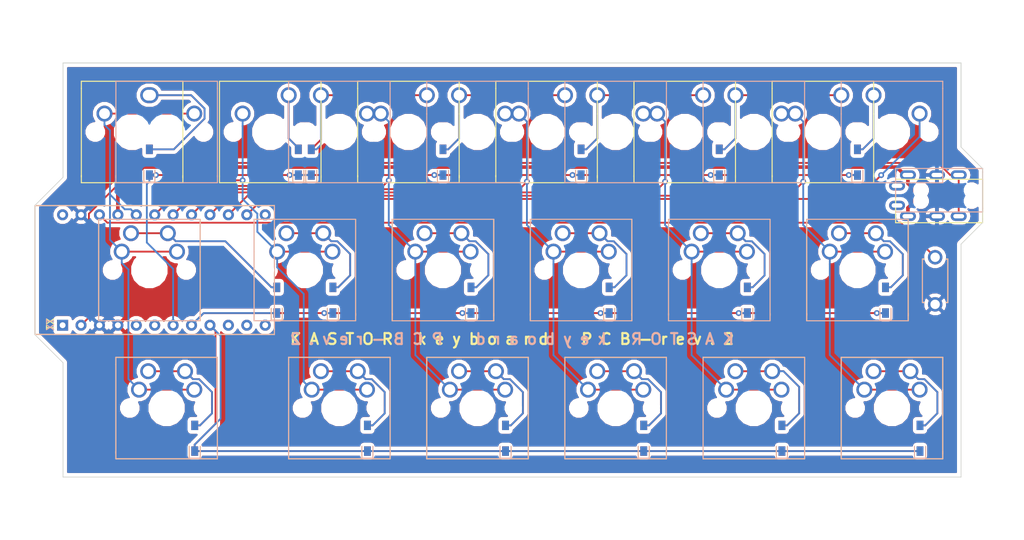
<source format=kicad_pcb>
(kicad_pcb (version 20171130) (host pcbnew "(5.0.1-3-g963ef8bb5)")
  (layers (0 F.Cu signal) (31 B.Cu signal) (34 B.Paste user) (35 F.Paste user) (36 B.SilkS user) (37 F.SilkS user) (38 B.Mask user) (39 F.Mask user) (44 Edge.Cuts user))
  (net 0 "")
  (net 1 "Net-(D1-Pad2)")
  (net 2 row0)
  (net 3 "Net-(D2-Pad2)")
  (net 4 row1)
  (net 5 "Net-(D3-Pad2)")
  (net 6 row2)
  (net 7 "Net-(D4-Pad2)")
  (net 8 "Net-(D5-Pad2)")
  (net 9 "Net-(D6-Pad2)")
  (net 10 "Net-(D7-Pad2)")
  (net 11 "Net-(D8-Pad2)")
  (net 12 "Net-(D9-Pad2)")
  (net 13 "Net-(D10-Pad2)")
  (net 14 "Net-(D11-Pad2)")
  (net 15 "Net-(D12-Pad2)")
  (net 16 "Net-(D13-Pad2)")
  (net 17 "Net-(D14-Pad2)")
  (net 18 "Net-(D15-Pad2)")
  (net 19 "Net-(D16-Pad2)")
  (net 20 "Net-(D17-Pad2)")
  (net 21 "Net-(D18-Pad2)")
  (net 22 VCC)
  (net 23 "Net-(J1-PadA)")
  (net 24 data)
  (net 25 GND)
  (net 26 reset)
  (net 27 col0)
  (net 28 col1)
  (net 29 col2)
  (net 30 col3)
  (net 31 col4)
  (net 32 col5)
  (net 33 "Net-(U1-Pad11)")
  (net 34 "Net-(U1-Pad12)")
  (net 35 "Net-(U1-Pad13)")
  (net 36 "Net-(U1-Pad24)")
  (net 37 col6)
  (net 38 "Net-(U1-Pad1)")
  (net 39 "Net-(U1-Pad10)")
  (net 40 "Net-(D19-Pad2)")
  (net 41 "Net-(U1-Pad5)")
  (net 42 "Net-(U1-Pad6)")
  (net 43 "Net-(J2-PadA)")
  (module phi-kbd-library:ResetSW-reversible (layer B.Cu) (at 171.485576 65.115402 270)
    (fp_text reference SW1 hide)
    (fp_text value SW_PUSH)
    (pad 1 thru_hole circle (at -3.25 0 270) (size 2 2) (drill 1.3) (layers *.Cu *.Mask) (net 26 reset))
    (pad 2 thru_hole circle (at 3.25 0 270) (size 2 2) (drill 1.3) (layers *.Cu *.Mask) (net 25 GND))
  )
  (module phi-kbd-library:MX_1.00u-irreversible (layer F.Cu) (at 60.7568 44.577)
    (fp_text reference SW2)
    (fp_text value SW_PUSH hide)
    (pad 2 thru_hole circle (at 2.54 -5.08) (size 2.2 2.2) (drill 1.5) (layers *.Cu *.Mask) (net 1 "Net-(D1-Pad2)"))
    (pad 1 thru_hole circle (at -3.81 -2.54) (size 2.2 2.2) (drill 1.5) (layers *.Cu *.Mask) (net 27 col0))
    (pad "" np_thru_hole circle (at 0 0) (size 4 4) (drill 4) (layers *.Cu *.Mask))
    (pad "" np_thru_hole circle (at -5.08 0) (size 1.7 1.7) (drill 1.7) (layers *.Cu *.Mask))
    (pad "" np_thru_hole circle (at 5.08 0) (size 1.7 1.7) (drill 1.7) (layers *.Cu *.Mask))
  )
  (module phi-kbd-library:MX_1.25u-irreversible (layer F.Cu) (at 63.138064 63.627112)
    (fp_text reference SW3)
    (fp_text value SW_PUSH hide)
    (pad 2 thru_hole circle (at 2.54 -5.08) (size 2.2 2.2) (drill 1.5) (layers *.Cu *.Mask) (net 3 "Net-(D2-Pad2)"))
    (pad 1 thru_hole circle (at -3.81 -2.54) (size 2.2 2.2) (drill 1.5) (layers *.Cu *.Mask) (net 27 col0))
    (pad "" np_thru_hole circle (at 0 0) (size 4 4) (drill 4) (layers *.Cu *.Mask))
    (pad "" np_thru_hole circle (at -5.08 0) (size 1.7 1.7) (drill 1.7) (layers *.Cu *.Mask))
    (pad "" np_thru_hole circle (at 5.08 0) (size 1.7 1.7) (drill 1.7) (layers *.Cu *.Mask))
  )
  (module phi-kbd-library:MX_1.50u-irreversible (layer F.Cu) (at 65.519328 82.677224)
    (fp_text reference SW4)
    (fp_text value SW_PUSH hide)
    (pad "" np_thru_hole circle (at 5.08 0) (size 1.7 1.7) (drill 1.7) (layers *.Cu *.Mask))
    (pad "" np_thru_hole circle (at -5.08 0) (size 1.7 1.7) (drill 1.7) (layers *.Cu *.Mask))
    (pad "" np_thru_hole circle (at 0 0) (size 4 4) (drill 4) (layers *.Cu *.Mask))
    (pad 1 thru_hole circle (at -3.81 -2.54) (size 2.2 2.2) (drill 1.5) (layers *.Cu *.Mask) (net 27 col0))
    (pad 2 thru_hole circle (at 2.54 -5.08) (size 2.2 2.2) (drill 1.5) (layers *.Cu *.Mask) (net 5 "Net-(D3-Pad2)"))
  )
  (module phi-kbd-library:MX_1.00u-irreversible (layer F.Cu) (at 79.806912 44.577)
    (fp_text reference SW5)
    (fp_text value SW_PUSH hide)
    (pad 2 thru_hole circle (at 2.54 -5.08) (size 2.2 2.2) (drill 1.5) (layers *.Cu *.Mask) (net 7 "Net-(D4-Pad2)"))
    (pad 1 thru_hole circle (at -3.81 -2.54) (size 2.2 2.2) (drill 1.5) (layers *.Cu *.Mask) (net 28 col1))
    (pad "" np_thru_hole circle (at 0 0) (size 4 4) (drill 4) (layers *.Cu *.Mask))
    (pad "" np_thru_hole circle (at -5.08 0) (size 1.7 1.7) (drill 1.7) (layers *.Cu *.Mask))
    (pad "" np_thru_hole circle (at 5.08 0) (size 1.7 1.7) (drill 1.7) (layers *.Cu *.Mask))
  )
  (module phi-kbd-library:MX_1.00u-irreversible (layer F.Cu) (at 84.56944 63.627112)
    (fp_text reference SW6)
    (fp_text value SW_PUSH hide)
    (pad "" np_thru_hole circle (at 5.08 0) (size 1.7 1.7) (drill 1.7) (layers *.Cu *.Mask))
    (pad "" np_thru_hole circle (at -5.08 0) (size 1.7 1.7) (drill 1.7) (layers *.Cu *.Mask))
    (pad "" np_thru_hole circle (at 0 0) (size 4 4) (drill 4) (layers *.Cu *.Mask))
    (pad 1 thru_hole circle (at -3.81 -2.54) (size 2.2 2.2) (drill 1.5) (layers *.Cu *.Mask) (net 28 col1))
    (pad 2 thru_hole circle (at 2.54 -5.08) (size 2.2 2.2) (drill 1.5) (layers *.Cu *.Mask) (net 8 "Net-(D5-Pad2)"))
  )
  (module phi-kbd-library:MX_1.00u-irreversible (layer F.Cu) (at 89.331968 82.677224)
    (fp_text reference SW7)
    (fp_text value SW_PUSH hide)
    (pad "" np_thru_hole circle (at 5.08 0) (size 1.7 1.7) (drill 1.7) (layers *.Cu *.Mask))
    (pad "" np_thru_hole circle (at -5.08 0) (size 1.7 1.7) (drill 1.7) (layers *.Cu *.Mask))
    (pad "" np_thru_hole circle (at 0 0) (size 4 4) (drill 4) (layers *.Cu *.Mask))
    (pad 1 thru_hole circle (at -3.81 -2.54) (size 2.2 2.2) (drill 1.5) (layers *.Cu *.Mask) (net 28 col1))
    (pad 2 thru_hole circle (at 2.54 -5.08) (size 2.2 2.2) (drill 1.5) (layers *.Cu *.Mask) (net 9 "Net-(D6-Pad2)"))
  )
  (module phi-kbd-library:MX_1.00u-irreversible (layer F.Cu) (at 98.857024 44.577)
    (fp_text reference SW8)
    (fp_text value SW_PUSH hide)
    (pad 2 thru_hole circle (at 2.54 -5.08) (size 2.2 2.2) (drill 1.5) (layers *.Cu *.Mask) (net 10 "Net-(D7-Pad2)"))
    (pad 1 thru_hole circle (at -3.81 -2.54) (size 2.2 2.2) (drill 1.5) (layers *.Cu *.Mask) (net 29 col2))
    (pad "" np_thru_hole circle (at 0 0) (size 4 4) (drill 4) (layers *.Cu *.Mask))
    (pad "" np_thru_hole circle (at -5.08 0) (size 1.7 1.7) (drill 1.7) (layers *.Cu *.Mask))
    (pad "" np_thru_hole circle (at 5.08 0) (size 1.7 1.7) (drill 1.7) (layers *.Cu *.Mask))
  )
  (module phi-kbd-library:MX_1.00u-irreversible (layer F.Cu) (at 103.619552 63.627112)
    (fp_text reference SW9)
    (fp_text value SW_PUSH hide)
    (pad 2 thru_hole circle (at 2.54 -5.08) (size 2.2 2.2) (drill 1.5) (layers *.Cu *.Mask) (net 11 "Net-(D8-Pad2)"))
    (pad 1 thru_hole circle (at -3.81 -2.54) (size 2.2 2.2) (drill 1.5) (layers *.Cu *.Mask) (net 29 col2))
    (pad "" np_thru_hole circle (at 0 0) (size 4 4) (drill 4) (layers *.Cu *.Mask))
    (pad "" np_thru_hole circle (at -5.08 0) (size 1.7 1.7) (drill 1.7) (layers *.Cu *.Mask))
    (pad "" np_thru_hole circle (at 5.08 0) (size 1.7 1.7) (drill 1.7) (layers *.Cu *.Mask))
  )
  (module phi-kbd-library:MX_1.00u-irreversible (layer F.Cu) (at 108.38208 82.677224)
    (fp_text reference SW10)
    (fp_text value SW_PUSH hide)
    (pad 2 thru_hole circle (at 2.54 -5.08) (size 2.2 2.2) (drill 1.5) (layers *.Cu *.Mask) (net 12 "Net-(D9-Pad2)"))
    (pad 1 thru_hole circle (at -3.81 -2.54) (size 2.2 2.2) (drill 1.5) (layers *.Cu *.Mask) (net 29 col2))
    (pad "" np_thru_hole circle (at 0 0) (size 4 4) (drill 4) (layers *.Cu *.Mask))
    (pad "" np_thru_hole circle (at -5.08 0) (size 1.7 1.7) (drill 1.7) (layers *.Cu *.Mask))
    (pad "" np_thru_hole circle (at 5.08 0) (size 1.7 1.7) (drill 1.7) (layers *.Cu *.Mask))
  )
  (module phi-kbd-library:MX_1.00u-irreversible (layer F.Cu) (at 117.907136 44.577)
    (fp_text reference SW11)
    (fp_text value SW_PUSH hide)
    (pad "" np_thru_hole circle (at 5.08 0) (size 1.7 1.7) (drill 1.7) (layers *.Cu *.Mask))
    (pad "" np_thru_hole circle (at -5.08 0) (size 1.7 1.7) (drill 1.7) (layers *.Cu *.Mask))
    (pad "" np_thru_hole circle (at 0 0) (size 4 4) (drill 4) (layers *.Cu *.Mask))
    (pad 1 thru_hole circle (at -3.81 -2.54) (size 2.2 2.2) (drill 1.5) (layers *.Cu *.Mask) (net 30 col3))
    (pad 2 thru_hole circle (at 2.54 -5.08) (size 2.2 2.2) (drill 1.5) (layers *.Cu *.Mask) (net 13 "Net-(D10-Pad2)"))
  )
  (module phi-kbd-library:MX_1.00u-irreversible (layer F.Cu) (at 122.669664 63.627112)
    (fp_text reference SW12)
    (fp_text value SW_PUSH hide)
    (pad "" np_thru_hole circle (at 5.08 0) (size 1.7 1.7) (drill 1.7) (layers *.Cu *.Mask))
    (pad "" np_thru_hole circle (at -5.08 0) (size 1.7 1.7) (drill 1.7) (layers *.Cu *.Mask))
    (pad "" np_thru_hole circle (at 0 0) (size 4 4) (drill 4) (layers *.Cu *.Mask))
    (pad 1 thru_hole circle (at -3.81 -2.54) (size 2.2 2.2) (drill 1.5) (layers *.Cu *.Mask) (net 30 col3))
    (pad 2 thru_hole circle (at 2.54 -5.08) (size 2.2 2.2) (drill 1.5) (layers *.Cu *.Mask) (net 14 "Net-(D11-Pad2)"))
  )
  (module phi-kbd-library:MX_1.00u-irreversible (layer F.Cu) (at 127.432192 82.677224)
    (fp_text reference SW13)
    (fp_text value SW_PUSH hide)
    (pad "" np_thru_hole circle (at 5.08 0) (size 1.7 1.7) (drill 1.7) (layers *.Cu *.Mask))
    (pad "" np_thru_hole circle (at -5.08 0) (size 1.7 1.7) (drill 1.7) (layers *.Cu *.Mask))
    (pad "" np_thru_hole circle (at 0 0) (size 4 4) (drill 4) (layers *.Cu *.Mask))
    (pad 1 thru_hole circle (at -3.81 -2.54) (size 2.2 2.2) (drill 1.5) (layers *.Cu *.Mask) (net 30 col3))
    (pad 2 thru_hole circle (at 2.54 -5.08) (size 2.2 2.2) (drill 1.5) (layers *.Cu *.Mask) (net 15 "Net-(D12-Pad2)"))
  )
  (module phi-kbd-library:MX_1.00u-irreversible (layer F.Cu) (at 136.957248 44.577)
    (fp_text reference SW14)
    (fp_text value SW_PUSH hide)
    (pad 2 thru_hole circle (at 2.54 -5.08) (size 2.2 2.2) (drill 1.5) (layers *.Cu *.Mask) (net 16 "Net-(D13-Pad2)"))
    (pad 1 thru_hole circle (at -3.81 -2.54) (size 2.2 2.2) (drill 1.5) (layers *.Cu *.Mask) (net 31 col4))
    (pad "" np_thru_hole circle (at 0 0) (size 4 4) (drill 4) (layers *.Cu *.Mask))
    (pad "" np_thru_hole circle (at -5.08 0) (size 1.7 1.7) (drill 1.7) (layers *.Cu *.Mask))
    (pad "" np_thru_hole circle (at 5.08 0) (size 1.7 1.7) (drill 1.7) (layers *.Cu *.Mask))
  )
  (module phi-kbd-library:MX_1.00u-irreversible (layer F.Cu) (at 141.719776 63.627112)
    (fp_text reference SW15)
    (fp_text value SW_PUSH hide)
    (pad 2 thru_hole circle (at 2.54 -5.08) (size 2.2 2.2) (drill 1.5) (layers *.Cu *.Mask) (net 17 "Net-(D14-Pad2)"))
    (pad 1 thru_hole circle (at -3.81 -2.54) (size 2.2 2.2) (drill 1.5) (layers *.Cu *.Mask) (net 31 col4))
    (pad "" np_thru_hole circle (at 0 0) (size 4 4) (drill 4) (layers *.Cu *.Mask))
    (pad "" np_thru_hole circle (at -5.08 0) (size 1.7 1.7) (drill 1.7) (layers *.Cu *.Mask))
    (pad "" np_thru_hole circle (at 5.08 0) (size 1.7 1.7) (drill 1.7) (layers *.Cu *.Mask))
  )
  (module phi-kbd-library:MX_1.00u-irreversible (layer F.Cu) (at 146.482304 82.677224)
    (fp_text reference SW16)
    (fp_text value SW_PUSH hide)
    (pad 2 thru_hole circle (at 2.54 -5.08) (size 2.2 2.2) (drill 1.5) (layers *.Cu *.Mask) (net 18 "Net-(D15-Pad2)"))
    (pad 1 thru_hole circle (at -3.81 -2.54) (size 2.2 2.2) (drill 1.5) (layers *.Cu *.Mask) (net 31 col4))
    (pad "" np_thru_hole circle (at 0 0) (size 4 4) (drill 4) (layers *.Cu *.Mask))
    (pad "" np_thru_hole circle (at -5.08 0) (size 1.7 1.7) (drill 1.7) (layers *.Cu *.Mask))
    (pad "" np_thru_hole circle (at 5.08 0) (size 1.7 1.7) (drill 1.7) (layers *.Cu *.Mask))
  )
  (module phi-kbd-library:MX_1.00u-irreversible (layer F.Cu) (at 156.00736 44.577)
    (fp_text reference SW17)
    (fp_text value SW_PUSH hide)
    (pad 2 thru_hole circle (at 2.54 -5.08) (size 2.2 2.2) (drill 1.5) (layers *.Cu *.Mask) (net 19 "Net-(D16-Pad2)"))
    (pad 1 thru_hole circle (at -3.81 -2.54) (size 2.2 2.2) (drill 1.5) (layers *.Cu *.Mask) (net 32 col5))
    (pad "" np_thru_hole circle (at 0 0) (size 4 4) (drill 4) (layers *.Cu *.Mask))
    (pad "" np_thru_hole circle (at -5.08 0) (size 1.7 1.7) (drill 1.7) (layers *.Cu *.Mask))
    (pad "" np_thru_hole circle (at 5.08 0) (size 1.7 1.7) (drill 1.7) (layers *.Cu *.Mask))
  )
  (module phi-kbd-library:MX_1.00u-irreversible (layer F.Cu) (at 160.769888 63.627112)
    (fp_text reference SW18)
    (fp_text value SW_PUSH hide)
    (pad "" np_thru_hole circle (at 5.08 0) (size 1.7 1.7) (drill 1.7) (layers *.Cu *.Mask))
    (pad "" np_thru_hole circle (at -5.08 0) (size 1.7 1.7) (drill 1.7) (layers *.Cu *.Mask))
    (pad "" np_thru_hole circle (at 0 0) (size 4 4) (drill 4) (layers *.Cu *.Mask))
    (pad 1 thru_hole circle (at -3.81 -2.54) (size 2.2 2.2) (drill 1.5) (layers *.Cu *.Mask) (net 32 col5))
    (pad 2 thru_hole circle (at 2.54 -5.08) (size 2.2 2.2) (drill 1.5) (layers *.Cu *.Mask) (net 20 "Net-(D17-Pad2)"))
  )
  (module phi-kbd-library:MX_1.00u-irreversible (layer F.Cu) (at 165.532416 82.677224)
    (fp_text reference SW19)
    (fp_text value SW_PUSH hide)
    (pad "" np_thru_hole circle (at 5.08 0) (size 1.7 1.7) (drill 1.7) (layers *.Cu *.Mask))
    (pad "" np_thru_hole circle (at -5.08 0) (size 1.7 1.7) (drill 1.7) (layers *.Cu *.Mask))
    (pad "" np_thru_hole circle (at 0 0) (size 4 4) (drill 4) (layers *.Cu *.Mask))
    (pad 1 thru_hole circle (at -3.81 -2.54) (size 2.2 2.2) (drill 1.5) (layers *.Cu *.Mask) (net 32 col5))
    (pad 2 thru_hole circle (at 2.54 -5.08) (size 2.2 2.2) (drill 1.5) (layers *.Cu *.Mask) (net 21 "Net-(D18-Pad2)"))
  )
  (module phi-kbd-library:MX_1.00u-irreversible (layer B.Cu) (at 165.532416 44.577 180)
    (fp_text reference SW20)
    (fp_text value SW_PUSH hide)
    (pad "" np_thru_hole circle (at 5.08 0 180) (size 1.7 1.7) (drill 1.7) (layers *.Cu *.Mask))
    (pad "" np_thru_hole circle (at -5.08 0 180) (size 1.7 1.7) (drill 1.7) (layers *.Cu *.Mask))
    (pad "" np_thru_hole circle (at 0 0 180) (size 4 4) (drill 4) (layers *.Cu *.Mask))
    (pad 1 thru_hole circle (at -3.81 2.54 180) (size 2.2 2.2) (drill 1.5) (layers *.Cu *.Mask) (net 37 col6))
    (pad 2 thru_hole circle (at 2.54 5.08 180) (size 2.2 2.2) (drill 1.5) (layers *.Cu *.Mask) (net 40 "Net-(D19-Pad2)"))
  )
  (module phi-kbd-library:MX_1.25u-irreversible (layer B.Cu) (at 63.138064 63.627112 180)
    (fp_text reference SW21)
    (fp_text value SW_PUSH hide)
    (pad "" np_thru_hole circle (at 5.08 0 180) (size 1.7 1.7) (drill 1.7) (layers *.Cu *.Mask))
    (pad "" np_thru_hole circle (at -5.08 0 180) (size 1.7 1.7) (drill 1.7) (layers *.Cu *.Mask))
    (pad "" np_thru_hole circle (at 0 0 180) (size 4 4) (drill 4) (layers *.Cu *.Mask))
    (pad 1 thru_hole circle (at -3.81 2.54 180) (size 2.2 2.2) (drill 1.5) (layers *.Cu *.Mask) (net 27 col0))
    (pad 2 thru_hole circle (at 2.54 5.08 180) (size 2.2 2.2) (drill 1.5) (layers *.Cu *.Mask) (net 3 "Net-(D2-Pad2)"))
  )
  (module phi-kbd-library:MX_1.50u-irreversible (layer B.Cu) (at 65.519328 82.677224 180)
    (fp_text reference SW22)
    (fp_text value SW_PUSH hide)
    (pad "" np_thru_hole circle (at 5.08 0 180) (size 1.7 1.7) (drill 1.7) (layers *.Cu *.Mask))
    (pad "" np_thru_hole circle (at -5.08 0 180) (size 1.7 1.7) (drill 1.7) (layers *.Cu *.Mask))
    (pad "" np_thru_hole circle (at 0 0 180) (size 4 4) (drill 4) (layers *.Cu *.Mask))
    (pad 1 thru_hole circle (at -3.81 2.54 180) (size 2.2 2.2) (drill 1.5) (layers *.Cu *.Mask) (net 27 col0))
    (pad 2 thru_hole circle (at 2.54 5.08 180) (size 2.2 2.2) (drill 1.5) (layers *.Cu *.Mask) (net 5 "Net-(D3-Pad2)"))
  )
  (module phi-kbd-library:MX_1.50u-irreversible (layer B.Cu) (at 65.519328 44.577 180)
    (fp_text reference SW23)
    (fp_text value SW_PUSH hide)
    (pad 2 thru_hole circle (at 2.54 5.08 180) (size 2.2 2.2) (drill 1.5) (layers *.Cu *.Mask) (net 1 "Net-(D1-Pad2)"))
    (pad 1 thru_hole circle (at -3.81 2.54 180) (size 2.2 2.2) (drill 1.5) (layers *.Cu *.Mask) (net 27 col0))
    (pad "" np_thru_hole circle (at 0 0 180) (size 4 4) (drill 4) (layers *.Cu *.Mask))
    (pad "" np_thru_hole circle (at -5.08 0 180) (size 1.7 1.7) (drill 1.7) (layers *.Cu *.Mask))
    (pad "" np_thru_hole circle (at 5.08 0 180) (size 1.7 1.7) (drill 1.7) (layers *.Cu *.Mask))
  )
  (module phi-kbd-library:MX_1.00u-irreversible (layer B.Cu) (at 84.56944 63.627112 180)
    (fp_text reference SW24)
    (fp_text value SW_PUSH hide)
    (pad "" np_thru_hole circle (at 5.08 0 180) (size 1.7 1.7) (drill 1.7) (layers *.Cu *.Mask))
    (pad "" np_thru_hole circle (at -5.08 0 180) (size 1.7 1.7) (drill 1.7) (layers *.Cu *.Mask))
    (pad "" np_thru_hole circle (at 0 0 180) (size 4 4) (drill 4) (layers *.Cu *.Mask))
    (pad 1 thru_hole circle (at -3.81 2.54 180) (size 2.2 2.2) (drill 1.5) (layers *.Cu *.Mask) (net 28 col1))
    (pad 2 thru_hole circle (at 2.54 5.08 180) (size 2.2 2.2) (drill 1.5) (layers *.Cu *.Mask) (net 8 "Net-(D5-Pad2)"))
  )
  (module phi-kbd-library:MX_1.00u-irreversible (layer B.Cu) (at 89.331968 82.677224 180)
    (fp_text reference SW25)
    (fp_text value SW_PUSH hide)
    (pad 2 thru_hole circle (at 2.54 5.08 180) (size 2.2 2.2) (drill 1.5) (layers *.Cu *.Mask) (net 9 "Net-(D6-Pad2)"))
    (pad 1 thru_hole circle (at -3.81 2.54 180) (size 2.2 2.2) (drill 1.5) (layers *.Cu *.Mask) (net 28 col1))
    (pad "" np_thru_hole circle (at 0 0 180) (size 4 4) (drill 4) (layers *.Cu *.Mask))
    (pad "" np_thru_hole circle (at -5.08 0 180) (size 1.7 1.7) (drill 1.7) (layers *.Cu *.Mask))
    (pad "" np_thru_hole circle (at 5.08 0 180) (size 1.7 1.7) (drill 1.7) (layers *.Cu *.Mask))
  )
  (module phi-kbd-library:MX_1.00u-irreversible (layer B.Cu) (at 89.331968 44.577 180)
    (fp_text reference SW26)
    (fp_text value SW_PUSH hide)
    (pad "" np_thru_hole circle (at 5.08 0 180) (size 1.7 1.7) (drill 1.7) (layers *.Cu *.Mask))
    (pad "" np_thru_hole circle (at -5.08 0 180) (size 1.7 1.7) (drill 1.7) (layers *.Cu *.Mask))
    (pad "" np_thru_hole circle (at 0 0 180) (size 4 4) (drill 4) (layers *.Cu *.Mask))
    (pad 1 thru_hole circle (at -3.81 2.54 180) (size 2.2 2.2) (drill 1.5) (layers *.Cu *.Mask) (net 29 col2))
    (pad 2 thru_hole circle (at 2.54 5.08 180) (size 2.2 2.2) (drill 1.5) (layers *.Cu *.Mask) (net 10 "Net-(D7-Pad2)"))
  )
  (module phi-kbd-library:MX_1.00u-irreversible (layer B.Cu) (at 103.619552 63.627112 180)
    (fp_text reference SW27)
    (fp_text value SW_PUSH hide)
    (pad 2 thru_hole circle (at 2.54 5.08 180) (size 2.2 2.2) (drill 1.5) (layers *.Cu *.Mask) (net 11 "Net-(D8-Pad2)"))
    (pad 1 thru_hole circle (at -3.81 2.54 180) (size 2.2 2.2) (drill 1.5) (layers *.Cu *.Mask) (net 29 col2))
    (pad "" np_thru_hole circle (at 0 0 180) (size 4 4) (drill 4) (layers *.Cu *.Mask))
    (pad "" np_thru_hole circle (at -5.08 0 180) (size 1.7 1.7) (drill 1.7) (layers *.Cu *.Mask))
    (pad "" np_thru_hole circle (at 5.08 0 180) (size 1.7 1.7) (drill 1.7) (layers *.Cu *.Mask))
  )
  (module phi-kbd-library:MX_1.00u-irreversible (layer B.Cu) (at 108.38208 82.677224 180)
    (fp_text reference SW28)
    (fp_text value SW_PUSH hide)
    (pad "" np_thru_hole circle (at 5.08 0 180) (size 1.7 1.7) (drill 1.7) (layers *.Cu *.Mask))
    (pad "" np_thru_hole circle (at -5.08 0 180) (size 1.7 1.7) (drill 1.7) (layers *.Cu *.Mask))
    (pad "" np_thru_hole circle (at 0 0 180) (size 4 4) (drill 4) (layers *.Cu *.Mask))
    (pad 1 thru_hole circle (at -3.81 2.54 180) (size 2.2 2.2) (drill 1.5) (layers *.Cu *.Mask) (net 29 col2))
    (pad 2 thru_hole circle (at 2.54 5.08 180) (size 2.2 2.2) (drill 1.5) (layers *.Cu *.Mask) (net 12 "Net-(D9-Pad2)"))
  )
  (module phi-kbd-library:MX_1.00u-irreversible (layer B.Cu) (at 108.38208 44.577 180)
    (fp_text reference SW29)
    (fp_text value SW_PUSH hide)
    (pad 2 thru_hole circle (at 2.54 5.08 180) (size 2.2 2.2) (drill 1.5) (layers *.Cu *.Mask) (net 13 "Net-(D10-Pad2)"))
    (pad 1 thru_hole circle (at -3.81 2.54 180) (size 2.2 2.2) (drill 1.5) (layers *.Cu *.Mask) (net 30 col3))
    (pad "" np_thru_hole circle (at 0 0 180) (size 4 4) (drill 4) (layers *.Cu *.Mask))
    (pad "" np_thru_hole circle (at -5.08 0 180) (size 1.7 1.7) (drill 1.7) (layers *.Cu *.Mask))
    (pad "" np_thru_hole circle (at 5.08 0 180) (size 1.7 1.7) (drill 1.7) (layers *.Cu *.Mask))
  )
  (module phi-kbd-library:MX_1.00u-irreversible (layer B.Cu) (at 122.669664 63.627112 180)
    (fp_text reference SW30)
    (fp_text value SW_PUSH hide)
    (pad "" np_thru_hole circle (at 5.08 0 180) (size 1.7 1.7) (drill 1.7) (layers *.Cu *.Mask))
    (pad "" np_thru_hole circle (at -5.08 0 180) (size 1.7 1.7) (drill 1.7) (layers *.Cu *.Mask))
    (pad "" np_thru_hole circle (at 0 0 180) (size 4 4) (drill 4) (layers *.Cu *.Mask))
    (pad 1 thru_hole circle (at -3.81 2.54 180) (size 2.2 2.2) (drill 1.5) (layers *.Cu *.Mask) (net 30 col3))
    (pad 2 thru_hole circle (at 2.54 5.08 180) (size 2.2 2.2) (drill 1.5) (layers *.Cu *.Mask) (net 14 "Net-(D11-Pad2)"))
  )
  (module phi-kbd-library:MX_1.00u-irreversible (layer B.Cu) (at 127.432192 82.677224 180)
    (fp_text reference SW31)
    (fp_text value SW_PUSH hide)
    (pad 2 thru_hole circle (at 2.54 5.08 180) (size 2.2 2.2) (drill 1.5) (layers *.Cu *.Mask) (net 15 "Net-(D12-Pad2)"))
    (pad 1 thru_hole circle (at -3.81 2.54 180) (size 2.2 2.2) (drill 1.5) (layers *.Cu *.Mask) (net 30 col3))
    (pad "" np_thru_hole circle (at 0 0 180) (size 4 4) (drill 4) (layers *.Cu *.Mask))
    (pad "" np_thru_hole circle (at -5.08 0 180) (size 1.7 1.7) (drill 1.7) (layers *.Cu *.Mask))
    (pad "" np_thru_hole circle (at 5.08 0 180) (size 1.7 1.7) (drill 1.7) (layers *.Cu *.Mask))
  )
  (module phi-kbd-library:MX_1.00u-irreversible (layer B.Cu) (at 127.432192 44.577 180)
    (fp_text reference SW32)
    (fp_text value SW_PUSH hide)
    (pad "" np_thru_hole circle (at 5.08 0 180) (size 1.7 1.7) (drill 1.7) (layers *.Cu *.Mask))
    (pad "" np_thru_hole circle (at -5.08 0 180) (size 1.7 1.7) (drill 1.7) (layers *.Cu *.Mask))
    (pad "" np_thru_hole circle (at 0 0 180) (size 4 4) (drill 4) (layers *.Cu *.Mask))
    (pad 1 thru_hole circle (at -3.81 2.54 180) (size 2.2 2.2) (drill 1.5) (layers *.Cu *.Mask) (net 31 col4))
    (pad 2 thru_hole circle (at 2.54 5.08 180) (size 2.2 2.2) (drill 1.5) (layers *.Cu *.Mask) (net 16 "Net-(D13-Pad2)"))
  )
  (module phi-kbd-library:MX_1.00u-irreversible (layer B.Cu) (at 141.719776 63.627112 180)
    (fp_text reference SW33)
    (fp_text value SW_PUSH hide)
    (pad "" np_thru_hole circle (at 5.08 0 180) (size 1.7 1.7) (drill 1.7) (layers *.Cu *.Mask))
    (pad "" np_thru_hole circle (at -5.08 0 180) (size 1.7 1.7) (drill 1.7) (layers *.Cu *.Mask))
    (pad "" np_thru_hole circle (at 0 0 180) (size 4 4) (drill 4) (layers *.Cu *.Mask))
    (pad 1 thru_hole circle (at -3.81 2.54 180) (size 2.2 2.2) (drill 1.5) (layers *.Cu *.Mask) (net 31 col4))
    (pad 2 thru_hole circle (at 2.54 5.08 180) (size 2.2 2.2) (drill 1.5) (layers *.Cu *.Mask) (net 17 "Net-(D14-Pad2)"))
  )
  (module phi-kbd-library:MX_1.00u-irreversible (layer B.Cu) (at 146.482304 82.677224 180)
    (fp_text reference SW34)
    (fp_text value SW_PUSH hide)
    (pad "" np_thru_hole circle (at 5.08 0 180) (size 1.7 1.7) (drill 1.7) (layers *.Cu *.Mask))
    (pad "" np_thru_hole circle (at -5.08 0 180) (size 1.7 1.7) (drill 1.7) (layers *.Cu *.Mask))
    (pad "" np_thru_hole circle (at 0 0 180) (size 4 4) (drill 4) (layers *.Cu *.Mask))
    (pad 1 thru_hole circle (at -3.81 2.54 180) (size 2.2 2.2) (drill 1.5) (layers *.Cu *.Mask) (net 31 col4))
    (pad 2 thru_hole circle (at 2.54 5.08 180) (size 2.2 2.2) (drill 1.5) (layers *.Cu *.Mask) (net 18 "Net-(D15-Pad2)"))
  )
  (module phi-kbd-library:MX_1.00u-irreversible (layer B.Cu) (at 146.482304 44.577 180)
    (fp_text reference SW35)
    (fp_text value SW_PUSH hide)
    (pad 2 thru_hole circle (at 2.54 5.08 180) (size 2.2 2.2) (drill 1.5) (layers *.Cu *.Mask) (net 19 "Net-(D16-Pad2)"))
    (pad 1 thru_hole circle (at -3.81 2.54 180) (size 2.2 2.2) (drill 1.5) (layers *.Cu *.Mask) (net 32 col5))
    (pad "" np_thru_hole circle (at 0 0 180) (size 4 4) (drill 4) (layers *.Cu *.Mask))
    (pad "" np_thru_hole circle (at -5.08 0 180) (size 1.7 1.7) (drill 1.7) (layers *.Cu *.Mask))
    (pad "" np_thru_hole circle (at 5.08 0 180) (size 1.7 1.7) (drill 1.7) (layers *.Cu *.Mask))
  )
  (module phi-kbd-library:MX_1.00u-irreversible (layer B.Cu) (at 160.769888 63.627112 180)
    (fp_text reference SW36)
    (fp_text value SW_PUSH hide)
    (pad "" np_thru_hole circle (at 5.08 0 180) (size 1.7 1.7) (drill 1.7) (layers *.Cu *.Mask))
    (pad "" np_thru_hole circle (at -5.08 0 180) (size 1.7 1.7) (drill 1.7) (layers *.Cu *.Mask))
    (pad "" np_thru_hole circle (at 0 0 180) (size 4 4) (drill 4) (layers *.Cu *.Mask))
    (pad 1 thru_hole circle (at -3.81 2.54 180) (size 2.2 2.2) (drill 1.5) (layers *.Cu *.Mask) (net 32 col5))
    (pad 2 thru_hole circle (at 2.54 5.08 180) (size 2.2 2.2) (drill 1.5) (layers *.Cu *.Mask) (net 20 "Net-(D17-Pad2)"))
  )
  (module phi-kbd-library:MX_1.00u-irreversible (layer B.Cu) (at 165.532416 82.677224 180)
    (fp_text reference SW37)
    (fp_text value SW_PUSH hide)
    (pad 2 thru_hole circle (at 2.54 5.08 180) (size 2.2 2.2) (drill 1.5) (layers *.Cu *.Mask) (net 21 "Net-(D18-Pad2)"))
    (pad 1 thru_hole circle (at -3.81 2.54 180) (size 2.2 2.2) (drill 1.5) (layers *.Cu *.Mask) (net 32 col5))
    (pad "" np_thru_hole circle (at 0 0 180) (size 4 4) (drill 4) (layers *.Cu *.Mask))
    (pad "" np_thru_hole circle (at -5.08 0 180) (size 1.7 1.7) (drill 1.7) (layers *.Cu *.Mask))
    (pad "" np_thru_hole circle (at 5.08 0 180) (size 1.7 1.7) (drill 1.7) (layers *.Cu *.Mask))
  )
  (module phi-kbd-library:ProMicro_Reversed_Conthrough-single-reversible (layer B.Cu) (at 47.36219 63.627112)
    (fp_text reference U1)
    (fp_text value ProMicro hide)
    (fp_text user TX (at 2.1336 7.5184 90 unlocked) (layer B.SilkS) (effects (justify mirror)))
    (fp_text user TX (at 2.1336 7.4676 90 unlocked) (layer F.SilkS))
    (pad 1 thru_hole rect (at 3.81 7.62) (size 1.524 1.524) (drill 0.8128) (layers *.Cu *.Mask) (net 38 "Net-(U1-Pad1)"))
    (pad 2 thru_hole circle (at 6.35 7.62) (size 1.524 1.524) (drill 0.8128) (layers *.Cu *.Mask) (net 24 data))
    (pad 3 thru_hole circle (at 8.89 7.62) (size 1.524 1.524) (drill 0.8128) (layers *.Cu *.Mask) (net 25 GND))
    (pad 4 thru_hole circle (at 11.43 7.62) (size 1.524 1.524) (drill 0.8128) (layers *.Cu *.Mask) (net 25 GND))
    (pad 5 thru_hole circle (at 13.97 7.62) (size 1.524 1.524) (drill 0.8128) (layers *.Cu *.Mask) (net 41 "Net-(U1-Pad5)"))
    (pad 6 thru_hole circle (at 16.51 7.62) (size 1.524 1.524) (drill 0.8128) (layers *.Cu *.Mask) (net 42 "Net-(U1-Pad6)"))
    (pad 7 thru_hole circle (at 19.05 7.62) (size 1.524 1.524) (drill 0.8128) (layers *.Cu *.Mask) (net 2 row0))
    (pad 8 thru_hole circle (at 21.59 7.62) (size 1.524 1.524) (drill 0.8128) (layers *.Cu *.Mask) (net 4 row1))
    (pad 9 thru_hole circle (at 24.13 7.62) (size 1.524 1.524) (drill 0.8128) (layers *.Cu *.Mask) (net 6 row2))
    (pad 10 thru_hole circle (at 26.67 7.62) (size 1.524 1.524) (drill 0.8128) (layers *.Cu *.Mask) (net 39 "Net-(U1-Pad10)"))
    (pad 11 thru_hole circle (at 29.21 7.62) (size 1.524 1.524) (drill 0.8128) (layers *.Cu *.Mask) (net 33 "Net-(U1-Pad11)"))
    (pad 12 thru_hole circle (at 31.75 7.62) (size 1.524 1.524) (drill 0.8128) (layers *.Cu *.Mask) (net 34 "Net-(U1-Pad12)"))
    (pad 24 thru_hole circle (at 3.81 -7.62) (size 1.524 1.524) (drill 0.8128) (layers *.Cu *.Mask) (net 36 "Net-(U1-Pad24)"))
    (pad 23 thru_hole circle (at 6.35 -7.62) (size 1.524 1.524) (drill 0.8128) (layers *.Cu *.Mask) (net 25 GND))
    (pad 22 thru_hole circle (at 8.89 -7.62) (size 1.524 1.524) (drill 0.8128) (layers *.Cu *.Mask) (net 26 reset))
    (pad 21 thru_hole circle (at 11.43 -7.62) (size 1.524 1.524) (drill 0.8128) (layers *.Cu *.Mask) (net 22 VCC))
    (pad 20 thru_hole circle (at 13.97 -7.62) (size 1.524 1.524) (drill 0.8128) (layers *.Cu *.Mask) (net 27 col0))
    (pad 19 thru_hole circle (at 16.51 -7.62) (size 1.524 1.524) (drill 0.8128) (layers *.Cu *.Mask) (net 28 col1))
    (pad 18 thru_hole circle (at 19.05 -7.62) (size 1.524 1.524) (drill 0.8128) (layers *.Cu *.Mask) (net 29 col2))
    (pad 17 thru_hole circle (at 21.59 -7.62) (size 1.524 1.524) (drill 0.8128) (layers *.Cu *.Mask) (net 30 col3))
    (pad 16 thru_hole circle (at 24.13 -7.62) (size 1.524 1.524) (drill 0.8128) (layers *.Cu *.Mask) (net 31 col4))
    (pad 15 thru_hole circle (at 26.67 -7.62) (size 1.524 1.524) (drill 0.8128) (layers *.Cu *.Mask) (net 32 col5))
    (pad 14 thru_hole circle (at 29.21 -7.62) (size 1.524 1.524) (drill 0.8128) (layers *.Cu *.Mask) (net 37 col6))
    (pad 13 thru_hole circle (at 31.75 -7.62) (size 1.524 1.524) (drill 0.8128) (layers *.Cu *.Mask) (net 35 "Net-(U1-Pad13)"))
  )
  (module phi-kbd-library:MJ-4PP-9-irreversible (layer F.Cu) (at 178.034052 54.102056 180)
    (fp_text reference J1)
    (fp_text value MJ-4PP-9)
    (pad "" np_thru_hole circle (at 1.5 0 180) (size 1.2 1.2) (drill 1.2) (layers *.Cu *.Mask))
    (pad "" np_thru_hole circle (at 8.5 0 180) (size 1.2 1.2) (drill 1.2) (layers *.Cu *.Mask))
    (pad B thru_hole oval (at 3.3 -2.1 180) (size 2.2 1.3) (drill oval 1.5 0.6) (layers *.Cu *.Mask) (net 24 data))
    (pad C thru_hole oval (at 6.3 -2.1 180) (size 2.2 1.3) (drill oval 1.5 0.6) (layers *.Cu *.Mask) (net 25 GND))
    (pad D thru_hole oval (at 10.3 -2.1 180) (size 2.2 1.3) (drill oval 1.5 0.6) (layers *.Cu *.Mask) (net 22 VCC))
    (pad A thru_hole oval (at 11.8 2.1 180) (size 2.2 1.3) (drill oval 1.5 0.6) (layers *.Cu *.Mask) (net 23 "Net-(J1-PadA)"))
  )
  (module phi-kbd-library:MJ-4PP-9-irreversible (layer B.Cu) (at 178.034052 52.613766 180)
    (fp_text reference J2)
    (fp_text value MJ-4PP-9)
    (pad A thru_hole oval (at 11.8 -2.1 180) (size 2.2 1.3) (drill oval 1.5 0.6) (layers *.Cu *.Mask) (net 43 "Net-(J2-PadA)"))
    (pad D thru_hole oval (at 10.3 2.1 180) (size 2.2 1.3) (drill oval 1.5 0.6) (layers *.Cu *.Mask) (net 22 VCC))
    (pad C thru_hole oval (at 6.3 2.1 180) (size 2.2 1.3) (drill oval 1.5 0.6) (layers *.Cu *.Mask) (net 25 GND))
    (pad B thru_hole oval (at 3.3 2.1 180) (size 2.2 1.3) (drill oval 1.5 0.6) (layers *.Cu *.Mask) (net 24 data))
    (pad "" np_thru_hole circle (at 8.5 0 180) (size 1.2 1.2) (drill 1.2) (layers *.Cu *.Mask))
    (pad "" np_thru_hole circle (at 1.5 0 180) (size 1.2 1.2) (drill 1.2) (layers *.Cu *.Mask))
  )
  (module phi-kbd-library:D_SMD-reversible (layer F.Cu) (at 63.138064 48.744212 90)
    (fp_text reference D1 hide)
    (fp_text value D hide)
    (pad 2 smd rect (at 1.775 0 90) (size 1.3 0.95) (layers F.Cu F.Paste F.Mask) (net 1 "Net-(D1-Pad2)"))
    (pad 1 smd rect (at -1.775 0 90) (size 1.3 0.95) (layers F.Cu F.Paste F.Mask) (net 2 row0))
    (pad 1 smd rect (at -1.775 0 90) (size 1.3 0.95) (layers B.Cu B.Paste B.Mask) (net 2 row0))
    (pad 2 smd rect (at 1.775 0 90) (size 1.3 0.95) (layers B.Cu B.Paste B.Mask) (net 1 "Net-(D1-Pad2)"))
  )
  (module phi-kbd-library:D_SMD-reversible (layer F.Cu) (at 80.699886 67.794324 90)
    (fp_text reference D2 hide)
    (fp_text value D hide)
    (pad 2 smd rect (at 1.775 0 90) (size 1.3 0.95) (layers B.Cu B.Paste B.Mask) (net 3 "Net-(D2-Pad2)"))
    (pad 1 smd rect (at -1.775 0 90) (size 1.3 0.95) (layers B.Cu B.Paste B.Mask) (net 4 row1))
    (pad 1 smd rect (at -1.775 0 90) (size 1.3 0.95) (layers F.Cu F.Paste F.Mask) (net 4 row1))
    (pad 2 smd rect (at 1.775 0 90) (size 1.3 0.95) (layers F.Cu F.Paste F.Mask) (net 3 "Net-(D2-Pad2)"))
  )
  (module phi-kbd-library:D_SMD-reversible (layer F.Cu) (at 69.388882 86.844436 90)
    (fp_text reference D3 hide)
    (fp_text value D hide)
    (pad 2 smd rect (at 1.775 0 90) (size 1.3 0.95) (layers F.Cu F.Paste F.Mask) (net 5 "Net-(D3-Pad2)"))
    (pad 1 smd rect (at -1.775 0 90) (size 1.3 0.95) (layers F.Cu F.Paste F.Mask) (net 6 row2))
    (pad 1 smd rect (at -1.775 0 90) (size 1.3 0.95) (layers B.Cu B.Paste B.Mask) (net 6 row2))
    (pad 2 smd rect (at 1.775 0 90) (size 1.3 0.95) (layers B.Cu B.Paste B.Mask) (net 5 "Net-(D3-Pad2)"))
  )
  (module phi-kbd-library:D_SMD-reversible (layer F.Cu) (at 83.676466 48.744212 90)
    (fp_text reference D4 hide)
    (fp_text value D hide)
    (pad 2 smd rect (at 1.775 0 90) (size 1.3 0.95) (layers B.Cu B.Paste B.Mask) (net 7 "Net-(D4-Pad2)"))
    (pad 1 smd rect (at -1.775 0 90) (size 1.3 0.95) (layers B.Cu B.Paste B.Mask) (net 2 row0))
    (pad 1 smd rect (at -1.775 0 90) (size 1.3 0.95) (layers F.Cu F.Paste F.Mask) (net 2 row0))
    (pad 2 smd rect (at 1.775 0 90) (size 1.3 0.95) (layers F.Cu F.Paste F.Mask) (net 7 "Net-(D4-Pad2)"))
  )
  (module phi-kbd-library:D_SMD-reversible (layer F.Cu) (at 88.438994 67.794324 90)
    (fp_text reference D5 hide)
    (fp_text value D hide)
    (pad 2 smd rect (at 1.775 0 90) (size 1.3 0.95) (layers F.Cu F.Paste F.Mask) (net 8 "Net-(D5-Pad2)"))
    (pad 1 smd rect (at -1.775 0 90) (size 1.3 0.95) (layers F.Cu F.Paste F.Mask) (net 4 row1))
    (pad 1 smd rect (at -1.775 0 90) (size 1.3 0.95) (layers B.Cu B.Paste B.Mask) (net 4 row1))
    (pad 2 smd rect (at 1.775 0 90) (size 1.3 0.95) (layers B.Cu B.Paste B.Mask) (net 8 "Net-(D5-Pad2)"))
  )
  (module phi-kbd-library:D_SMD-reversible (layer F.Cu) (at 93.201522 86.844436 90)
    (fp_text reference D6 hide)
    (fp_text value D hide)
    (pad 2 smd rect (at 1.775 0 90) (size 1.3 0.95) (layers B.Cu B.Paste B.Mask) (net 9 "Net-(D6-Pad2)"))
    (pad 1 smd rect (at -1.775 0 90) (size 1.3 0.95) (layers B.Cu B.Paste B.Mask) (net 6 row2))
    (pad 1 smd rect (at -1.775 0 90) (size 1.3 0.95) (layers F.Cu F.Paste F.Mask) (net 6 row2))
    (pad 2 smd rect (at 1.775 0 90) (size 1.3 0.95) (layers F.Cu F.Paste F.Mask) (net 9 "Net-(D6-Pad2)"))
  )
  (module phi-kbd-library:D_SMD-reversible (layer F.Cu) (at 85.462414 48.744212 90)
    (fp_text reference D7 hide)
    (fp_text value D hide)
    (pad 2 smd rect (at 1.775 0 90) (size 1.3 0.95) (layers B.Cu B.Paste B.Mask) (net 10 "Net-(D7-Pad2)"))
    (pad 1 smd rect (at -1.775 0 90) (size 1.3 0.95) (layers B.Cu B.Paste B.Mask) (net 2 row0))
    (pad 1 smd rect (at -1.775 0 90) (size 1.3 0.95) (layers F.Cu F.Paste F.Mask) (net 2 row0))
    (pad 2 smd rect (at 1.775 0 90) (size 1.3 0.95) (layers F.Cu F.Paste F.Mask) (net 10 "Net-(D7-Pad2)"))
  )
  (module phi-kbd-library:D_SMD-reversible (layer F.Cu) (at 107.489106 67.794324 90)
    (fp_text reference D8 hide)
    (fp_text value D hide)
    (pad 2 smd rect (at 1.775 0 90) (size 1.3 0.95) (layers B.Cu B.Paste B.Mask) (net 11 "Net-(D8-Pad2)"))
    (pad 1 smd rect (at -1.775 0 90) (size 1.3 0.95) (layers B.Cu B.Paste B.Mask) (net 4 row1))
    (pad 1 smd rect (at -1.775 0 90) (size 1.3 0.95) (layers F.Cu F.Paste F.Mask) (net 4 row1))
    (pad 2 smd rect (at 1.775 0 90) (size 1.3 0.95) (layers F.Cu F.Paste F.Mask) (net 11 "Net-(D8-Pad2)"))
  )
  (module phi-kbd-library:D_SMD-reversible (layer F.Cu) (at 112.251634 86.844436 90)
    (fp_text reference D9 hide)
    (fp_text value D hide)
    (pad 2 smd rect (at 1.775 0 90) (size 1.3 0.95) (layers F.Cu F.Paste F.Mask) (net 12 "Net-(D9-Pad2)"))
    (pad 1 smd rect (at -1.775 0 90) (size 1.3 0.95) (layers F.Cu F.Paste F.Mask) (net 6 row2))
    (pad 1 smd rect (at -1.775 0 90) (size 1.3 0.95) (layers B.Cu B.Paste B.Mask) (net 6 row2))
    (pad 2 smd rect (at 1.775 0 90) (size 1.3 0.95) (layers B.Cu B.Paste B.Mask) (net 12 "Net-(D9-Pad2)"))
  )
  (module phi-kbd-library:D_SMD-reversible (layer F.Cu) (at 103.619552 48.744212 90)
    (fp_text reference D10 hide)
    (fp_text value D hide)
    (pad 2 smd rect (at 1.775 0 90) (size 1.3 0.95) (layers B.Cu B.Paste B.Mask) (net 13 "Net-(D10-Pad2)"))
    (pad 1 smd rect (at -1.775 0 90) (size 1.3 0.95) (layers B.Cu B.Paste B.Mask) (net 2 row0))
    (pad 1 smd rect (at -1.775 0 90) (size 1.3 0.95) (layers F.Cu F.Paste F.Mask) (net 2 row0))
    (pad 2 smd rect (at 1.775 0 90) (size 1.3 0.95) (layers F.Cu F.Paste F.Mask) (net 13 "Net-(D10-Pad2)"))
  )
  (module phi-kbd-library:D_SMD-reversible (layer F.Cu) (at 126.539218 67.794324 90)
    (fp_text reference D11 hide)
    (fp_text value D hide)
    (pad 2 smd rect (at 1.775 0 90) (size 1.3 0.95) (layers F.Cu F.Paste F.Mask) (net 14 "Net-(D11-Pad2)"))
    (pad 1 smd rect (at -1.775 0 90) (size 1.3 0.95) (layers F.Cu F.Paste F.Mask) (net 4 row1))
    (pad 1 smd rect (at -1.775 0 90) (size 1.3 0.95) (layers B.Cu B.Paste B.Mask) (net 4 row1))
    (pad 2 smd rect (at 1.775 0 90) (size 1.3 0.95) (layers B.Cu B.Paste B.Mask) (net 14 "Net-(D11-Pad2)"))
  )
  (module phi-kbd-library:D_SMD-reversible (layer F.Cu) (at 131.301746 86.844436 90)
    (fp_text reference D12 hide)
    (fp_text value D hide)
    (pad 2 smd rect (at 1.775 0 90) (size 1.3 0.95) (layers B.Cu B.Paste B.Mask) (net 15 "Net-(D12-Pad2)"))
    (pad 1 smd rect (at -1.775 0 90) (size 1.3 0.95) (layers B.Cu B.Paste B.Mask) (net 6 row2))
    (pad 1 smd rect (at -1.775 0 90) (size 1.3 0.95) (layers F.Cu F.Paste F.Mask) (net 6 row2))
    (pad 2 smd rect (at 1.775 0 90) (size 1.3 0.95) (layers F.Cu F.Paste F.Mask) (net 15 "Net-(D12-Pad2)"))
  )
  (module phi-kbd-library:D_SMD-reversible (layer F.Cu) (at 122.669664 48.744212 90)
    (fp_text reference D13 hide)
    (fp_text value D hide)
    (pad 2 smd rect (at 1.775 0 90) (size 1.3 0.95) (layers F.Cu F.Paste F.Mask) (net 16 "Net-(D13-Pad2)"))
    (pad 1 smd rect (at -1.775 0 90) (size 1.3 0.95) (layers F.Cu F.Paste F.Mask) (net 2 row0))
    (pad 1 smd rect (at -1.775 0 90) (size 1.3 0.95) (layers B.Cu B.Paste B.Mask) (net 2 row0))
    (pad 2 smd rect (at 1.775 0 90) (size 1.3 0.95) (layers B.Cu B.Paste B.Mask) (net 16 "Net-(D13-Pad2)"))
  )
  (module phi-kbd-library:D_SMD-reversible (layer F.Cu) (at 145.58933 67.794324 90)
    (fp_text reference D14 hide)
    (fp_text value D hide)
    (pad 2 smd rect (at 1.775 0 90) (size 1.3 0.95) (layers B.Cu B.Paste B.Mask) (net 17 "Net-(D14-Pad2)"))
    (pad 1 smd rect (at -1.775 0 90) (size 1.3 0.95) (layers B.Cu B.Paste B.Mask) (net 4 row1))
    (pad 1 smd rect (at -1.775 0 90) (size 1.3 0.95) (layers F.Cu F.Paste F.Mask) (net 4 row1))
    (pad 2 smd rect (at 1.775 0 90) (size 1.3 0.95) (layers F.Cu F.Paste F.Mask) (net 17 "Net-(D14-Pad2)"))
  )
  (module phi-kbd-library:D_SMD-reversible (layer F.Cu) (at 150.351858 86.844436 90)
    (fp_text reference D15 hide)
    (fp_text value D hide)
    (pad 2 smd rect (at 1.775 0 90) (size 1.3 0.95) (layers F.Cu F.Paste F.Mask) (net 18 "Net-(D15-Pad2)"))
    (pad 1 smd rect (at -1.775 0 90) (size 1.3 0.95) (layers F.Cu F.Paste F.Mask) (net 6 row2))
    (pad 1 smd rect (at -1.775 0 90) (size 1.3 0.95) (layers B.Cu B.Paste B.Mask) (net 6 row2))
    (pad 2 smd rect (at 1.775 0 90) (size 1.3 0.95) (layers B.Cu B.Paste B.Mask) (net 18 "Net-(D15-Pad2)"))
  )
  (module phi-kbd-library:D_SMD-reversible (layer F.Cu) (at 141.719776 48.744212 90)
    (fp_text reference D16 hide)
    (fp_text value D hide)
    (pad 2 smd rect (at 1.775 0 90) (size 1.3 0.95) (layers B.Cu B.Paste B.Mask) (net 19 "Net-(D16-Pad2)"))
    (pad 1 smd rect (at -1.775 0 90) (size 1.3 0.95) (layers B.Cu B.Paste B.Mask) (net 2 row0))
    (pad 1 smd rect (at -1.775 0 90) (size 1.3 0.95) (layers F.Cu F.Paste F.Mask) (net 2 row0))
    (pad 2 smd rect (at 1.775 0 90) (size 1.3 0.95) (layers F.Cu F.Paste F.Mask) (net 19 "Net-(D16-Pad2)"))
  )
  (module phi-kbd-library:D_SMD-reversible (layer F.Cu) (at 164.639442 67.794324 90)
    (fp_text reference D17 hide)
    (fp_text value D hide)
    (pad 2 smd rect (at 1.775 0 90) (size 1.3 0.95) (layers F.Cu F.Paste F.Mask) (net 20 "Net-(D17-Pad2)"))
    (pad 1 smd rect (at -1.775 0 90) (size 1.3 0.95) (layers F.Cu F.Paste F.Mask) (net 4 row1))
    (pad 1 smd rect (at -1.775 0 90) (size 1.3 0.95) (layers B.Cu B.Paste B.Mask) (net 4 row1))
    (pad 2 smd rect (at 1.775 0 90) (size 1.3 0.95) (layers B.Cu B.Paste B.Mask) (net 20 "Net-(D17-Pad2)"))
  )
  (module phi-kbd-library:D_SMD-reversible (layer F.Cu) (at 169.40197 86.844436 90)
    (fp_text reference D18 hide)
    (fp_text value D hide)
    (pad 2 smd rect (at 1.775 0 90) (size 1.3 0.95) (layers B.Cu B.Paste B.Mask) (net 21 "Net-(D18-Pad2)"))
    (pad 1 smd rect (at -1.775 0 90) (size 1.3 0.95) (layers B.Cu B.Paste B.Mask) (net 6 row2))
    (pad 1 smd rect (at -1.775 0 90) (size 1.3 0.95) (layers F.Cu F.Paste F.Mask) (net 6 row2))
    (pad 2 smd rect (at 1.775 0 90) (size 1.3 0.95) (layers F.Cu F.Paste F.Mask) (net 21 "Net-(D18-Pad2)"))
  )
  (module phi-kbd-library:D_SMD-reversible (layer F.Cu) (at 160.769888 48.744212 90)
    (fp_text reference D19 hide)
    (fp_text value D hide)
    (pad 2 smd rect (at 1.775 0 90) (size 1.3 0.95) (layers F.Cu F.Paste F.Mask) (net 40 "Net-(D19-Pad2)"))
    (pad 1 smd rect (at -1.775 0 90) (size 1.3 0.95) (layers F.Cu F.Paste F.Mask) (net 2 row0))
    (pad 1 smd rect (at -1.775 0 90) (size 1.3 0.95) (layers B.Cu B.Paste B.Mask) (net 2 row0))
    (pad 2 smd rect (at 1.775 0 90) (size 1.3 0.95) (layers B.Cu B.Paste B.Mask) (net 40 "Net-(D19-Pad2)"))
  )
  (gr_text "K A S T O R   k e y b o a r d    P C B - r e v . 2" (at 113.144608 73.152168) (layer B.SilkS) (effects (font (size 1.5 1.5) (thickness 0.3)) (justify mirror)))
  (gr_text "K A S T O R   k e y b o a r d    P C B - r e v . 2" (at 113.144608 73.152168) (layer F.SilkS) (effects (font (size 1.5 1.5) (thickness 0.3))))
  (gr_line (start 51.231744 76.426406) (end 51.231744 92.20228) (layer Edge.Cuts) (width 0.1))
  (gr_line (start 47.36219 72.556852) (end 51.231744 76.426406) (layer Edge.Cuts) (width 0.1))
  (gr_line (start 47.36219 54.697372) (end 47.36219 72.556852) (layer Edge.Cuts) (width 0.1))
  (gr_line (start 47.36219 54.697372) (end 51.231744 50.827818) (layer Edge.Cuts) (width 0.1))
  (gr_line (start 175.057472 60.055216) (end 175.057472 92.20228) (layer Edge.Cuts) (width 0.1))
  (gr_line (start 178.034052 57.078636) (end 175.057472 60.055216) (layer Edge.Cuts) (width 0.1))
  (gr_line (start 178.034052 49.637186) (end 178.034052 57.078636) (layer Edge.Cuts) (width 0.1))
  (gr_line (start 178.034052 49.637186) (end 175.057472 46.660606) (layer Edge.Cuts) (width 0.1))
  (gr_line (start 175.057472 35.051944) (end 175.057472 46.660606) (layer Edge.Cuts) (width 0.12))
  (gr_line (start 51.231744 35.051944) (end 51.231744 50.827818) (layer Edge.Cuts) (width 0.1))
  (gr_line (start 175.057472 35.051944) (end 51.231744 35.051944) (layer Edge.Cuts) (width 0.12))
  (gr_line (start 51.231744 92.20228) (end 175.057472 92.20228) (layer Edge.Cuts) (width 0.1))
  (segment (start 63.2968 39.497) (end 62.979328 39.497) (width 0.25) (layer F.Cu) (net 1))
  (segment (start 66.506118 46.969212) (end 63.138064 46.969212) (width 0.25) (layer F.Cu) (net 1))
  (segment (start 70.754329 42.721001) (end 66.506118 46.969212) (width 0.25) (layer F.Cu) (net 1))
  (segment (start 70.754329 41.352999) (end 70.754329 42.721001) (width 0.25) (layer F.Cu) (net 1))
  (segment (start 68.89833 39.497) (end 70.754329 41.352999) (width 0.25) (layer F.Cu) (net 1))
  (segment (start 63.2968 39.497) (end 68.89833 39.497) (width 0.25) (layer F.Cu) (net 1))
  (segment (start 66.506118 46.969212) (end 63.138064 46.969212) (width 0.25) (layer B.Cu) (net 1))
  (segment (start 70.754329 42.721001) (end 66.506118 46.969212) (width 0.25) (layer B.Cu) (net 1))
  (segment (start 68.89833 39.497) (end 70.754329 41.352999) (width 0.25) (layer B.Cu) (net 1))
  (segment (start 70.754329 41.352999) (end 70.754329 42.721001) (width 0.25) (layer B.Cu) (net 1))
  (segment (start 63.2968 39.497) (end 68.89833 39.497) (width 0.25) (layer B.Cu) (net 1))
  (segment (start 66.41219 70.169482) (end 66.41219 71.247112) (width 0.25) (layer B.Cu) (net 2))
  (segment (start 66.41219 63.460236) (end 66.41219 70.169482) (width 0.25) (layer B.Cu) (net 2))
  (segment (start 62.785189 59.833235) (end 66.41219 63.460236) (width 0.25) (layer B.Cu) (net 2))
  (segment (start 62.785189 51.772087) (end 62.785189 59.833235) (width 0.25) (layer B.Cu) (net 2))
  (segment (start 63.138064 51.419212) (end 62.785189 51.772087) (width 0.25) (layer B.Cu) (net 2))
  (segment (start 63.138064 50.519212) (end 63.138064 51.419212) (width 0.25) (layer B.Cu) (net 2))
  (via (at 64.031038 50.519212) (size 0.8) (drill 0.4) (layers F.Cu B.Cu) (net 2))
  (segment (start 63.138064 50.519212) (end 64.031038 50.519212) (width 0.25) (layer B.Cu) (net 2))
  (segment (start 63.138064 50.519212) (end 64.031038 50.519212) (width 0.25) (layer F.Cu) (net 2))
  (segment (start 64.031038 50.519212) (end 82.188176 50.519212) (width 0.25) (layer F.Cu) (net 2))
  (via (at 102.42892 50.519212) (size 0.8) (drill 0.4) (layers F.Cu B.Cu) (net 2))
  (segment (start 102.42892 50.519212) (end 103.619552 50.519212) (width 0.25) (layer F.Cu) (net 2))
  (segment (start 103.619552 50.519212) (end 102.42892 50.519212) (width 0.25) (layer B.Cu) (net 2))
  (via (at 121.479032 50.519212) (size 0.8) (drill 0.4) (layers F.Cu B.Cu) (net 2))
  (segment (start 121.479032 50.519212) (end 122.669664 50.519212) (width 0.25) (layer F.Cu) (net 2))
  (segment (start 122.669664 50.519212) (end 121.479032 50.519212) (width 0.25) (layer B.Cu) (net 2))
  (segment (start 103.619552 50.519212) (end 121.479032 50.519212) (width 0.25) (layer F.Cu) (net 2))
  (via (at 140.529144 50.519212) (size 0.8) (drill 0.4) (layers F.Cu B.Cu) (net 2))
  (segment (start 141.719776 50.519212) (end 140.529144 50.519212) (width 0.25) (layer B.Cu) (net 2))
  (segment (start 140.529144 50.519212) (end 141.719776 50.519212) (width 0.25) (layer F.Cu) (net 2))
  (segment (start 122.669664 50.519212) (end 140.529144 50.519212) (width 0.25) (layer F.Cu) (net 2))
  (via (at 159.579256 50.519212) (size 0.8) (drill 0.4) (layers F.Cu B.Cu) (net 2))
  (segment (start 160.769888 50.519212) (end 159.579256 50.519212) (width 0.25) (layer B.Cu) (net 2))
  (segment (start 159.579256 50.519212) (end 160.769888 50.519212) (width 0.25) (layer F.Cu) (net 2))
  (segment (start 141.719776 50.519212) (end 159.579256 50.519212) (width 0.25) (layer F.Cu) (net 2))
  (segment (start 83.676466 50.519212) (end 85.462414 50.519212) (width 0.25) (layer F.Cu) (net 2))
  (segment (start 85.462414 50.519212) (end 103.619552 50.519212) (width 0.25) (layer F.Cu) (net 2))
  (segment (start 83.676466 50.519212) (end 85.462414 50.519212) (width 0.25) (layer B.Cu) (net 2))
  (segment (start 83.676466 50.519212) (end 82.485834 50.519212) (width 0.25) (layer B.Cu) (net 2))
  (via (at 82.485834 50.519212) (size 0.8) (drill 0.4) (layers F.Cu B.Cu) (net 2))
  (segment (start 82.485834 50.519212) (end 83.676466 50.519212) (width 0.25) (layer F.Cu) (net 2))
  (segment (start 82.188176 50.519212) (end 82.485834 50.519212) (width 0.25) (layer F.Cu) (net 2))
  (segment (start 60.598064 58.547112) (end 65.678064 58.547112) (width 0.25) (layer F.Cu) (net 3))
  (segment (start 79.974886 66.019324) (end 80.699886 66.019324) (width 0.25) (layer F.Cu) (net 3))
  (segment (start 73.602673 59.647111) (end 79.974886 66.019324) (width 0.25) (layer F.Cu) (net 3))
  (segment (start 66.778063 59.647111) (end 73.602673 59.647111) (width 0.25) (layer F.Cu) (net 3))
  (segment (start 65.678064 58.547112) (end 66.778063 59.647111) (width 0.25) (layer F.Cu) (net 3))
  (segment (start 79.974886 66.019324) (end 80.699886 66.019324) (width 0.25) (layer B.Cu) (net 3))
  (segment (start 73.602673 59.647111) (end 79.974886 66.019324) (width 0.25) (layer B.Cu) (net 3))
  (segment (start 66.778063 59.647111) (end 73.602673 59.647111) (width 0.25) (layer B.Cu) (net 3))
  (segment (start 65.678064 58.547112) (end 66.778063 59.647111) (width 0.25) (layer B.Cu) (net 3))
  (segment (start 70.629978 69.569324) (end 68.95219 71.247112) (width 0.25) (layer F.Cu) (net 4))
  (segment (start 80.699886 69.569324) (end 70.629978 69.569324) (width 0.25) (layer F.Cu) (net 4))
  (segment (start 70.629978 69.569324) (end 68.95219 71.247112) (width 0.25) (layer B.Cu) (net 4))
  (segment (start 80.699886 69.569324) (end 70.629978 69.569324) (width 0.25) (layer B.Cu) (net 4))
  (via (at 87.248362 69.569324) (size 0.8) (drill 0.4) (layers F.Cu B.Cu) (net 4))
  (segment (start 88.438994 69.569324) (end 87.248362 69.569324) (width 0.25) (layer B.Cu) (net 4))
  (segment (start 87.248362 69.569324) (end 88.438994 69.569324) (width 0.25) (layer F.Cu) (net 4))
  (segment (start 80.699886 69.569324) (end 87.248362 69.569324) (width 0.25) (layer F.Cu) (net 4))
  (via (at 106.298474 69.569324) (size 0.8) (drill 0.4) (layers F.Cu B.Cu) (net 4))
  (segment (start 106.298474 69.569324) (end 107.489106 69.569324) (width 0.25) (layer F.Cu) (net 4))
  (segment (start 107.489106 69.569324) (end 106.298474 69.569324) (width 0.25) (layer B.Cu) (net 4))
  (segment (start 88.438994 69.569324) (end 106.298474 69.569324) (width 0.25) (layer F.Cu) (net 4))
  (segment (start 125.348586 69.569324) (end 126.539218 69.569324) (width 0.25) (layer F.Cu) (net 4))
  (via (at 125.348586 69.569324) (size 0.8) (drill 0.4) (layers F.Cu B.Cu) (net 4))
  (segment (start 126.539218 69.569324) (end 125.348586 69.569324) (width 0.25) (layer B.Cu) (net 4))
  (segment (start 107.489106 69.569324) (end 125.348586 69.569324) (width 0.25) (layer F.Cu) (net 4))
  (via (at 144.398698 69.569324) (size 0.8) (drill 0.4) (layers F.Cu B.Cu) (net 4))
  (segment (start 145.58933 69.569324) (end 144.398698 69.569324) (width 0.25) (layer B.Cu) (net 4))
  (segment (start 144.398698 69.569324) (end 145.58933 69.569324) (width 0.25) (layer F.Cu) (net 4))
  (segment (start 126.539218 69.569324) (end 144.398698 69.569324) (width 0.25) (layer F.Cu) (net 4))
  (via (at 163.44881 69.569324) (size 0.8) (drill 0.4) (layers F.Cu B.Cu) (net 4))
  (segment (start 164.639442 69.569324) (end 163.44881 69.569324) (width 0.25) (layer B.Cu) (net 4))
  (segment (start 163.44881 69.569324) (end 164.639442 69.569324) (width 0.25) (layer F.Cu) (net 4))
  (segment (start 145.58933 69.569324) (end 163.44881 69.569324) (width 0.25) (layer F.Cu) (net 4))
  (segment (start 62.979328 77.597224) (end 68.059328 77.597224) (width 0.25) (layer F.Cu) (net 5))
  (segment (start 70.113882 85.069436) (end 69.388882 85.069436) (width 0.25) (layer F.Cu) (net 5))
  (segment (start 71.774329 83.408989) (end 70.113882 85.069436) (width 0.25) (layer F.Cu) (net 5))
  (segment (start 69.998329 78.697223) (end 71.774329 80.473223) (width 0.25) (layer F.Cu) (net 5))
  (segment (start 71.774329 80.473223) (end 71.774329 83.408989) (width 0.25) (layer F.Cu) (net 5))
  (segment (start 69.159327 78.697223) (end 69.998329 78.697223) (width 0.25) (layer F.Cu) (net 5))
  (segment (start 68.059328 77.597224) (end 69.159327 78.697223) (width 0.25) (layer F.Cu) (net 5))
  (segment (start 71.774329 83.408989) (end 70.113882 85.069436) (width 0.25) (layer B.Cu) (net 5))
  (segment (start 71.774329 80.473223) (end 71.774329 83.408989) (width 0.25) (layer B.Cu) (net 5))
  (segment (start 70.113882 85.069436) (end 69.388882 85.069436) (width 0.25) (layer B.Cu) (net 5))
  (segment (start 69.998329 78.697223) (end 71.774329 80.473223) (width 0.25) (layer B.Cu) (net 5))
  (segment (start 69.159327 78.697223) (end 69.998329 78.697223) (width 0.25) (layer B.Cu) (net 5))
  (segment (start 68.059328 77.597224) (end 69.159327 78.697223) (width 0.25) (layer B.Cu) (net 5))
  (segment (start 69.388882 88.619436) (end 93.201522 88.619436) (width 0.25) (layer F.Cu) (net 6))
  (segment (start 93.201522 88.619436) (end 112.251634 88.619436) (width 0.25) (layer F.Cu) (net 6))
  (segment (start 112.251634 88.619436) (end 131.301746 88.619436) (width 0.25) (layer F.Cu) (net 6))
  (segment (start 131.301746 88.619436) (end 150.351858 88.619436) (width 0.25) (layer F.Cu) (net 6))
  (segment (start 150.351858 88.619436) (end 169.40197 88.619436) (width 0.25) (layer F.Cu) (net 6))
  (segment (start 72.960778 84.14754) (end 69.388882 87.719436) (width 0.25) (layer B.Cu) (net 6))
  (segment (start 72.960778 72.7157) (end 72.960778 84.14754) (width 0.25) (layer B.Cu) (net 6))
  (segment (start 69.388882 87.719436) (end 69.388882 88.619436) (width 0.25) (layer B.Cu) (net 6))
  (segment (start 71.49219 71.247112) (end 72.960778 72.7157) (width 0.25) (layer B.Cu) (net 6))
  (segment (start 69.388882 88.619436) (end 93.201522 88.619436) (width 0.25) (layer B.Cu) (net 6))
  (segment (start 93.201522 88.619436) (end 112.251634 88.619436) (width 0.25) (layer B.Cu) (net 6))
  (segment (start 72.254189 84.854129) (end 69.388882 87.719436) (width 0.25) (layer F.Cu) (net 6))
  (segment (start 69.388882 87.719436) (end 69.388882 88.619436) (width 0.25) (layer F.Cu) (net 6))
  (segment (start 72.254189 72.009111) (end 72.254189 84.854129) (width 0.25) (layer F.Cu) (net 6))
  (segment (start 71.49219 71.247112) (end 72.254189 72.009111) (width 0.25) (layer F.Cu) (net 6))
  (segment (start 112.251634 88.619436) (end 131.301746 88.619436) (width 0.25) (layer B.Cu) (net 6))
  (segment (start 131.301746 88.619436) (end 150.351858 88.619436) (width 0.25) (layer B.Cu) (net 6))
  (segment (start 150.351858 88.619436) (end 169.40197 88.619436) (width 0.25) (layer B.Cu) (net 6))
  (segment (start 83.676466 46.794212) (end 83.676466 46.969212) (width 0.25) (layer B.Cu) (net 7))
  (segment (start 82.346912 45.464658) (end 83.676466 46.794212) (width 0.25) (layer B.Cu) (net 7))
  (segment (start 82.346912 39.497) (end 82.346912 45.464658) (width 0.25) (layer B.Cu) (net 7))
  (segment (start 83.676466 46.794212) (end 83.676466 46.969212) (width 0.25) (layer F.Cu) (net 7))
  (segment (start 82.346912 45.464658) (end 83.676466 46.794212) (width 0.25) (layer F.Cu) (net 7))
  (segment (start 82.346912 39.497) (end 82.346912 45.464658) (width 0.25) (layer F.Cu) (net 7))
  (segment (start 82.02944 58.547112) (end 87.10944 58.547112) (width 0.25) (layer F.Cu) (net 8))
  (segment (start 89.163994 66.019324) (end 88.438994 66.019324) (width 0.25) (layer F.Cu) (net 8))
  (segment (start 90.824441 64.358877) (end 89.163994 66.019324) (width 0.25) (layer F.Cu) (net 8))
  (segment (start 89.048441 59.647111) (end 90.824441 61.423111) (width 0.25) (layer F.Cu) (net 8))
  (segment (start 88.209439 59.647111) (end 89.048441 59.647111) (width 0.25) (layer F.Cu) (net 8))
  (segment (start 90.824441 61.423111) (end 90.824441 64.358877) (width 0.25) (layer F.Cu) (net 8))
  (segment (start 87.10944 58.547112) (end 88.209439 59.647111) (width 0.25) (layer F.Cu) (net 8))
  (segment (start 89.163994 66.019324) (end 88.438994 66.019324) (width 0.25) (layer B.Cu) (net 8))
  (segment (start 90.824441 61.423111) (end 90.824441 64.358877) (width 0.25) (layer B.Cu) (net 8))
  (segment (start 88.209439 59.647111) (end 89.048441 59.647111) (width 0.25) (layer B.Cu) (net 8))
  (segment (start 90.824441 64.358877) (end 89.163994 66.019324) (width 0.25) (layer B.Cu) (net 8))
  (segment (start 89.048441 59.647111) (end 90.824441 61.423111) (width 0.25) (layer B.Cu) (net 8))
  (segment (start 87.10944 58.547112) (end 88.209439 59.647111) (width 0.25) (layer B.Cu) (net 8))
  (segment (start 86.791968 77.597224) (end 91.871968 77.597224) (width 0.25) (layer F.Cu) (net 9))
  (segment (start 93.926522 85.069436) (end 93.201522 85.069436) (width 0.25) (layer F.Cu) (net 9))
  (segment (start 93.810969 78.697223) (end 95.586969 80.473223) (width 0.25) (layer F.Cu) (net 9))
  (segment (start 92.971967 78.697223) (end 93.810969 78.697223) (width 0.25) (layer F.Cu) (net 9))
  (segment (start 95.586969 83.408989) (end 93.926522 85.069436) (width 0.25) (layer F.Cu) (net 9))
  (segment (start 95.586969 80.473223) (end 95.586969 83.408989) (width 0.25) (layer F.Cu) (net 9))
  (segment (start 91.871968 77.597224) (end 92.971967 78.697223) (width 0.25) (layer F.Cu) (net 9))
  (segment (start 93.926522 85.069436) (end 93.201522 85.069436) (width 0.25) (layer B.Cu) (net 9))
  (segment (start 95.586969 83.408989) (end 93.926522 85.069436) (width 0.25) (layer B.Cu) (net 9))
  (segment (start 95.586969 80.473223) (end 95.586969 83.408989) (width 0.25) (layer B.Cu) (net 9))
  (segment (start 92.971967 78.697223) (end 93.810969 78.697223) (width 0.25) (layer B.Cu) (net 9))
  (segment (start 93.810969 78.697223) (end 95.586969 80.473223) (width 0.25) (layer B.Cu) (net 9))
  (segment (start 91.871968 77.597224) (end 92.971967 78.697223) (width 0.25) (layer B.Cu) (net 9))
  (segment (start 86.791968 39.497) (end 101.397024 39.497) (width 0.25) (layer F.Cu) (net 10))
  (segment (start 86.791968 45.639658) (end 85.462414 46.969212) (width 0.25) (layer F.Cu) (net 10))
  (segment (start 86.791968 39.497) (end 86.791968 45.639658) (width 0.25) (layer F.Cu) (net 10))
  (segment (start 86.791968 46.364658) (end 86.187414 46.969212) (width 0.25) (layer B.Cu) (net 10))
  (segment (start 86.187414 46.969212) (end 85.462414 46.969212) (width 0.25) (layer B.Cu) (net 10))
  (segment (start 86.791968 39.497) (end 86.791968 46.364658) (width 0.25) (layer B.Cu) (net 10))
  (segment (start 101.079552 58.547112) (end 106.159552 58.547112) (width 0.25) (layer F.Cu) (net 11))
  (segment (start 108.214106 66.019324) (end 107.489106 66.019324) (width 0.25) (layer F.Cu) (net 11))
  (segment (start 109.874553 61.423111) (end 109.874553 64.358877) (width 0.25) (layer F.Cu) (net 11))
  (segment (start 108.098553 59.647111) (end 109.874553 61.423111) (width 0.25) (layer F.Cu) (net 11))
  (segment (start 107.259551 59.647111) (end 108.098553 59.647111) (width 0.25) (layer F.Cu) (net 11))
  (segment (start 109.874553 64.358877) (end 108.214106 66.019324) (width 0.25) (layer F.Cu) (net 11))
  (segment (start 106.159552 58.547112) (end 107.259551 59.647111) (width 0.25) (layer F.Cu) (net 11))
  (segment (start 109.874553 61.423111) (end 109.874553 64.358877) (width 0.25) (layer B.Cu) (net 11))
  (segment (start 108.098553 59.647111) (end 109.874553 61.423111) (width 0.25) (layer B.Cu) (net 11))
  (segment (start 108.214106 66.019324) (end 107.489106 66.019324) (width 0.25) (layer B.Cu) (net 11))
  (segment (start 107.259551 59.647111) (end 108.098553 59.647111) (width 0.25) (layer B.Cu) (net 11))
  (segment (start 109.874553 64.358877) (end 108.214106 66.019324) (width 0.25) (layer B.Cu) (net 11))
  (segment (start 106.159552 58.547112) (end 107.259551 59.647111) (width 0.25) (layer B.Cu) (net 11))
  (segment (start 105.84208 77.597224) (end 110.92208 77.597224) (width 0.25) (layer F.Cu) (net 12))
  (segment (start 112.976634 85.069436) (end 112.251634 85.069436) (width 0.25) (layer F.Cu) (net 12))
  (segment (start 114.637081 80.473223) (end 114.637081 83.408989) (width 0.25) (layer F.Cu) (net 12))
  (segment (start 112.022079 78.697223) (end 112.861081 78.697223) (width 0.25) (layer F.Cu) (net 12))
  (segment (start 114.637081 83.408989) (end 112.976634 85.069436) (width 0.25) (layer F.Cu) (net 12))
  (segment (start 112.861081 78.697223) (end 114.637081 80.473223) (width 0.25) (layer F.Cu) (net 12))
  (segment (start 110.92208 77.597224) (end 112.022079 78.697223) (width 0.25) (layer F.Cu) (net 12))
  (segment (start 112.976634 85.069436) (end 112.251634 85.069436) (width 0.25) (layer B.Cu) (net 12))
  (segment (start 114.637081 83.408989) (end 112.976634 85.069436) (width 0.25) (layer B.Cu) (net 12))
  (segment (start 114.637081 80.473223) (end 114.637081 83.408989) (width 0.25) (layer B.Cu) (net 12))
  (segment (start 112.861081 78.697223) (end 114.637081 80.473223) (width 0.25) (layer B.Cu) (net 12))
  (segment (start 112.022079 78.697223) (end 112.861081 78.697223) (width 0.25) (layer B.Cu) (net 12))
  (segment (start 110.92208 77.597224) (end 112.022079 78.697223) (width 0.25) (layer B.Cu) (net 12))
  (segment (start 105.84208 39.497) (end 120.447136 39.497) (width 0.25) (layer F.Cu) (net 13))
  (segment (start 104.344552 46.969212) (end 103.619552 46.969212) (width 0.25) (layer F.Cu) (net 13))
  (segment (start 105.84208 45.471684) (end 104.344552 46.969212) (width 0.25) (layer F.Cu) (net 13))
  (segment (start 105.84208 39.497) (end 105.84208 45.471684) (width 0.25) (layer F.Cu) (net 13))
  (segment (start 105.84208 45.471684) (end 104.344552 46.969212) (width 0.25) (layer B.Cu) (net 13))
  (segment (start 104.344552 46.969212) (end 103.619552 46.969212) (width 0.25) (layer B.Cu) (net 13))
  (segment (start 105.84208 39.497) (end 105.84208 45.471684) (width 0.25) (layer B.Cu) (net 13))
  (segment (start 120.129664 58.547112) (end 125.209664 58.547112) (width 0.25) (layer F.Cu) (net 14))
  (segment (start 127.264218 66.019324) (end 126.539218 66.019324) (width 0.25) (layer F.Cu) (net 14))
  (segment (start 128.924665 64.358877) (end 127.264218 66.019324) (width 0.25) (layer F.Cu) (net 14))
  (segment (start 128.924665 61.423111) (end 128.924665 64.358877) (width 0.25) (layer F.Cu) (net 14))
  (segment (start 126.309663 59.647111) (end 127.148665 59.647111) (width 0.25) (layer F.Cu) (net 14))
  (segment (start 127.148665 59.647111) (end 128.924665 61.423111) (width 0.25) (layer F.Cu) (net 14))
  (segment (start 125.209664 58.547112) (end 126.309663 59.647111) (width 0.25) (layer F.Cu) (net 14))
  (segment (start 128.924665 64.358877) (end 127.264218 66.019324) (width 0.25) (layer B.Cu) (net 14))
  (segment (start 127.148665 59.647111) (end 128.924665 61.423111) (width 0.25) (layer B.Cu) (net 14))
  (segment (start 127.264218 66.019324) (end 126.539218 66.019324) (width 0.25) (layer B.Cu) (net 14))
  (segment (start 126.309663 59.647111) (end 127.148665 59.647111) (width 0.25) (layer B.Cu) (net 14))
  (segment (start 128.924665 61.423111) (end 128.924665 64.358877) (width 0.25) (layer B.Cu) (net 14))
  (segment (start 125.209664 58.547112) (end 126.309663 59.647111) (width 0.25) (layer B.Cu) (net 14))
  (segment (start 124.892192 77.597224) (end 129.972192 77.597224) (width 0.25) (layer F.Cu) (net 15))
  (segment (start 132.026746 85.069436) (end 131.301746 85.069436) (width 0.25) (layer F.Cu) (net 15))
  (segment (start 133.687193 83.408989) (end 132.026746 85.069436) (width 0.25) (layer F.Cu) (net 15))
  (segment (start 133.687193 80.473223) (end 133.687193 83.408989) (width 0.25) (layer F.Cu) (net 15))
  (segment (start 131.911193 78.697223) (end 133.687193 80.473223) (width 0.25) (layer F.Cu) (net 15))
  (segment (start 131.072191 78.697223) (end 131.911193 78.697223) (width 0.25) (layer F.Cu) (net 15))
  (segment (start 129.972192 77.597224) (end 131.072191 78.697223) (width 0.25) (layer F.Cu) (net 15))
  (segment (start 132.026746 85.069436) (end 131.301746 85.069436) (width 0.25) (layer B.Cu) (net 15))
  (segment (start 133.687193 83.408989) (end 132.026746 85.069436) (width 0.25) (layer B.Cu) (net 15))
  (segment (start 133.687193 80.473223) (end 133.687193 83.408989) (width 0.25) (layer B.Cu) (net 15))
  (segment (start 131.911193 78.697223) (end 133.687193 80.473223) (width 0.25) (layer B.Cu) (net 15))
  (segment (start 131.072191 78.697223) (end 131.911193 78.697223) (width 0.25) (layer B.Cu) (net 15))
  (segment (start 129.972192 77.597224) (end 131.072191 78.697223) (width 0.25) (layer B.Cu) (net 15))
  (segment (start 124.892192 39.497) (end 139.497248 39.497) (width 0.25) (layer F.Cu) (net 16))
  (segment (start 123.394664 46.969212) (end 122.669664 46.969212) (width 0.25) (layer F.Cu) (net 16))
  (segment (start 124.892192 45.471684) (end 123.394664 46.969212) (width 0.25) (layer F.Cu) (net 16))
  (segment (start 124.892192 39.497) (end 124.892192 45.471684) (width 0.25) (layer F.Cu) (net 16))
  (segment (start 123.394664 46.969212) (end 122.669664 46.969212) (width 0.25) (layer B.Cu) (net 16))
  (segment (start 124.892192 45.471684) (end 123.394664 46.969212) (width 0.25) (layer B.Cu) (net 16))
  (segment (start 124.892192 39.497) (end 124.892192 45.471684) (width 0.25) (layer B.Cu) (net 16))
  (segment (start 139.179776 58.547112) (end 144.259776 58.547112) (width 0.25) (layer F.Cu) (net 17))
  (segment (start 147.974777 64.358877) (end 146.31433 66.019324) (width 0.25) (layer F.Cu) (net 17))
  (segment (start 146.31433 66.019324) (end 145.58933 66.019324) (width 0.25) (layer F.Cu) (net 17))
  (segment (start 147.974777 61.423111) (end 147.974777 64.358877) (width 0.25) (layer F.Cu) (net 17))
  (segment (start 146.198777 59.647111) (end 147.974777 61.423111) (width 0.25) (layer F.Cu) (net 17))
  (segment (start 145.359775 59.647111) (end 146.198777 59.647111) (width 0.25) (layer F.Cu) (net 17))
  (segment (start 144.259776 58.547112) (end 145.359775 59.647111) (width 0.25) (layer F.Cu) (net 17))
  (segment (start 147.974777 64.358877) (end 146.31433 66.019324) (width 0.25) (layer B.Cu) (net 17))
  (segment (start 147.974777 61.423111) (end 147.974777 64.358877) (width 0.25) (layer B.Cu) (net 17))
  (segment (start 146.198777 59.647111) (end 147.974777 61.423111) (width 0.25) (layer B.Cu) (net 17))
  (segment (start 145.359775 59.647111) (end 146.198777 59.647111) (width 0.25) (layer B.Cu) (net 17))
  (segment (start 146.31433 66.019324) (end 145.58933 66.019324) (width 0.25) (layer B.Cu) (net 17))
  (segment (start 144.259776 58.547112) (end 145.359775 59.647111) (width 0.25) (layer B.Cu) (net 17))
  (segment (start 143.942304 77.597224) (end 149.022304 77.597224) (width 0.25) (layer F.Cu) (net 18))
  (segment (start 151.076858 85.069436) (end 150.351858 85.069436) (width 0.25) (layer F.Cu) (net 18))
  (segment (start 152.737305 83.408989) (end 151.076858 85.069436) (width 0.25) (layer F.Cu) (net 18))
  (segment (start 152.737305 79.756591) (end 152.737305 83.408989) (width 0.25) (layer F.Cu) (net 18))
  (segment (start 150.577938 77.597224) (end 152.737305 79.756591) (width 0.25) (layer F.Cu) (net 18))
  (segment (start 149.022304 77.597224) (end 150.577938 77.597224) (width 0.25) (layer F.Cu) (net 18))
  (segment (start 151.076858 85.069436) (end 150.351858 85.069436) (width 0.25) (layer B.Cu) (net 18))
  (segment (start 152.737305 83.408989) (end 151.076858 85.069436) (width 0.25) (layer B.Cu) (net 18))
  (segment (start 152.737305 79.756591) (end 152.737305 83.408989) (width 0.25) (layer B.Cu) (net 18))
  (segment (start 150.577938 77.597224) (end 152.737305 79.756591) (width 0.25) (layer B.Cu) (net 18))
  (segment (start 149.022304 77.597224) (end 150.577938 77.597224) (width 0.25) (layer B.Cu) (net 18))
  (segment (start 143.942304 39.497) (end 158.54736 39.497) (width 0.25) (layer F.Cu) (net 19))
  (segment (start 142.444776 46.969212) (end 141.719776 46.969212) (width 0.25) (layer F.Cu) (net 19))
  (segment (start 143.942304 45.471684) (end 142.444776 46.969212) (width 0.25) (layer F.Cu) (net 19))
  (segment (start 143.942304 39.497) (end 143.942304 45.471684) (width 0.25) (layer F.Cu) (net 19))
  (segment (start 142.444776 46.969212) (end 141.719776 46.969212) (width 0.25) (layer B.Cu) (net 19))
  (segment (start 143.942304 45.471684) (end 142.444776 46.969212) (width 0.25) (layer B.Cu) (net 19))
  (segment (start 143.942304 39.497) (end 143.942304 45.471684) (width 0.25) (layer B.Cu) (net 19))
  (segment (start 158.229888 58.547112) (end 163.309888 58.547112) (width 0.25) (layer F.Cu) (net 20))
  (segment (start 167.024889 64.358877) (end 165.364442 66.019324) (width 0.25) (layer F.Cu) (net 20))
  (segment (start 167.024889 61.423111) (end 167.024889 64.358877) (width 0.25) (layer F.Cu) (net 20))
  (segment (start 165.248889 59.647111) (end 167.024889 61.423111) (width 0.25) (layer F.Cu) (net 20))
  (segment (start 164.409887 59.647111) (end 165.248889 59.647111) (width 0.25) (layer F.Cu) (net 20))
  (segment (start 165.364442 66.019324) (end 164.639442 66.019324) (width 0.25) (layer F.Cu) (net 20))
  (segment (start 163.309888 58.547112) (end 164.409887 59.647111) (width 0.25) (layer F.Cu) (net 20))
  (segment (start 165.364442 66.019324) (end 164.639442 66.019324) (width 0.25) (layer B.Cu) (net 20))
  (segment (start 167.024889 64.358877) (end 165.364442 66.019324) (width 0.25) (layer B.Cu) (net 20))
  (segment (start 167.024889 61.423111) (end 167.024889 64.358877) (width 0.25) (layer B.Cu) (net 20))
  (segment (start 165.248889 59.647111) (end 167.024889 61.423111) (width 0.25) (layer B.Cu) (net 20))
  (segment (start 164.409887 59.647111) (end 165.248889 59.647111) (width 0.25) (layer B.Cu) (net 20))
  (segment (start 163.309888 58.547112) (end 164.409887 59.647111) (width 0.25) (layer B.Cu) (net 20))
  (segment (start 162.992416 77.597224) (end 168.072416 77.597224) (width 0.25) (layer F.Cu) (net 21))
  (segment (start 170.12697 85.069436) (end 169.40197 85.069436) (width 0.25) (layer F.Cu) (net 21))
  (segment (start 171.787417 83.408989) (end 170.12697 85.069436) (width 0.25) (layer F.Cu) (net 21))
  (segment (start 171.787417 80.473223) (end 171.787417 83.408989) (width 0.25) (layer F.Cu) (net 21))
  (segment (start 169.172415 78.697223) (end 170.011417 78.697223) (width 0.25) (layer F.Cu) (net 21))
  (segment (start 170.011417 78.697223) (end 171.787417 80.473223) (width 0.25) (layer F.Cu) (net 21))
  (segment (start 168.072416 77.597224) (end 169.172415 78.697223) (width 0.25) (layer F.Cu) (net 21))
  (segment (start 171.787417 83.408989) (end 170.12697 85.069436) (width 0.25) (layer B.Cu) (net 21))
  (segment (start 171.787417 80.473223) (end 171.787417 83.408989) (width 0.25) (layer B.Cu) (net 21))
  (segment (start 170.12697 85.069436) (end 169.40197 85.069436) (width 0.25) (layer B.Cu) (net 21))
  (segment (start 170.011417 78.697223) (end 171.787417 80.473223) (width 0.25) (layer B.Cu) (net 21))
  (segment (start 169.172415 78.697223) (end 170.011417 78.697223) (width 0.25) (layer B.Cu) (net 21))
  (segment (start 168.072416 77.597224) (end 169.172415 78.697223) (width 0.25) (layer B.Cu) (net 21))
  (segment (start 167.734052 51.663766) (end 168.211338 52.141052) (width 0.5) (layer F.Cu) (net 22))
  (segment (start 167.734052 50.513766) (end 167.734052 51.663766) (width 0.5) (layer F.Cu) (net 22))
  (segment (start 167.734052 55.052056) (end 167.734052 56.202056) (width 0.5) (layer F.Cu) (net 22))
  (segment (start 168.211338 54.57477) (end 167.734052 55.052056) (width 0.5) (layer F.Cu) (net 22))
  (segment (start 168.211338 52.141052) (end 168.211338 54.57477) (width 0.5) (layer F.Cu) (net 22))
  (segment (start 58.79219 52.930084) (end 58.79219 56.007112) (width 0.5) (layer F.Cu) (net 22))
  (segment (start 166.189497 49.419211) (end 62.303063 49.419211) (width 0.5) (layer F.Cu) (net 22))
  (segment (start 62.303063 49.419211) (end 58.79219 52.930084) (width 0.5) (layer F.Cu) (net 22))
  (segment (start 167.284052 50.513766) (end 166.189497 49.419211) (width 0.5) (layer F.Cu) (net 22))
  (segment (start 167.734052 50.513766) (end 167.284052 50.513766) (width 0.5) (layer F.Cu) (net 22))
  (segment (start 174.734052 50.513766) (end 174.734052 56.202056) (width 0.25) (layer F.Cu) (net 24))
  (segment (start 54.799191 70.160111) (end 53.71219 71.247112) (width 0.25) (layer F.Cu) (net 24))
  (segment (start 54.799191 55.851349) (end 54.799191 70.160111) (width 0.25) (layer F.Cu) (net 24))
  (segment (start 61.806339 48.844201) (end 54.799191 55.851349) (width 0.25) (layer F.Cu) (net 24))
  (segment (start 171.893359 48.844201) (end 61.806339 48.844201) (width 0.25) (layer F.Cu) (net 24))
  (segment (start 173.562924 50.513766) (end 171.893359 48.844201) (width 0.25) (layer F.Cu) (net 24))
  (segment (start 174.734052 50.513766) (end 173.562924 50.513766) (width 0.25) (layer F.Cu) (net 24))
  (segment (start 57.339191 57.094113) (end 57.014189 56.769111) (width 0.25) (layer F.Cu) (net 26))
  (segment (start 166.714287 57.094113) (end 57.339191 57.094113) (width 0.25) (layer F.Cu) (net 26))
  (segment (start 57.014189 56.769111) (end 56.25219 56.007112) (width 0.25) (layer F.Cu) (net 26))
  (segment (start 171.485576 61.865402) (end 166.714287 57.094113) (width 0.25) (layer F.Cu) (net 26))
  (segment (start 59.328064 61.087112) (end 66.948064 61.087112) (width 0.25) (layer F.Cu) (net 27))
  (segment (start 61.709328 80.137224) (end 69.329328 80.137224) (width 0.25) (layer F.Cu) (net 27))
  (segment (start 56.9468 42.037) (end 69.329328 42.037) (width 0.25) (layer F.Cu) (net 27))
  (segment (start 57.705189 59.464237) (end 59.328064 61.087112) (width 0.25) (layer B.Cu) (net 27))
  (segment (start 56.9468 43.592634) (end 57.705189 44.351023) (width 0.25) (layer B.Cu) (net 27))
  (segment (start 56.9468 42.037) (end 56.9468 43.592634) (width 0.25) (layer B.Cu) (net 27))
  (segment (start 60.245189 78.673085) (end 61.709328 80.137224) (width 0.25) (layer B.Cu) (net 27))
  (segment (start 60.245189 63.559871) (end 60.245189 78.673085) (width 0.25) (layer B.Cu) (net 27))
  (segment (start 59.328064 62.642746) (end 60.245189 63.559871) (width 0.25) (layer B.Cu) (net 27))
  (segment (start 59.328064 61.087112) (end 59.328064 62.642746) (width 0.25) (layer B.Cu) (net 27))
  (segment (start 59.74122 55.245113) (end 57.705189 53.209082) (width 0.25) (layer B.Cu) (net 27))
  (segment (start 60.570191 55.245113) (end 59.74122 55.245113) (width 0.25) (layer B.Cu) (net 27))
  (segment (start 61.33219 56.007112) (end 60.570191 55.245113) (width 0.25) (layer B.Cu) (net 27))
  (segment (start 57.705189 53.209082) (end 57.705189 59.464237) (width 0.25) (layer B.Cu) (net 27))
  (segment (start 57.705189 44.351023) (end 57.705189 53.209082) (width 0.25) (layer B.Cu) (net 27))
  (segment (start 80.75944 61.087112) (end 88.37944 61.087112) (width 0.25) (layer F.Cu) (net 28))
  (segment (start 85.521968 80.137224) (end 93.141968 80.137224) (width 0.25) (layer F.Cu) (net 28))
  (segment (start 78.025189 58.352861) (end 80.75944 61.087112) (width 0.25) (layer B.Cu) (net 28))
  (segment (start 78.025189 55.851349) (end 78.025189 58.352861) (width 0.25) (layer B.Cu) (net 28))
  (segment (start 75.996912 53.823072) (end 78.025189 55.851349) (width 0.25) (layer B.Cu) (net 28))
  (segment (start 84.421969 79.037225) (end 85.521968 80.137224) (width 0.25) (layer B.Cu) (net 28))
  (segment (start 84.421969 66.920643) (end 84.421969 79.037225) (width 0.25) (layer B.Cu) (net 28))
  (segment (start 80.75944 63.258114) (end 84.421969 66.920643) (width 0.25) (layer B.Cu) (net 28))
  (segment (start 80.75944 61.087112) (end 80.75944 63.258114) (width 0.25) (layer B.Cu) (net 28))
  (segment (start 68.63509 51.244212) (end 75.996912 51.244212) (width 0.25) (layer F.Cu) (net 28))
  (via (at 75.996912 51.244212) (size 0.8) (drill 0.4) (layers F.Cu B.Cu) (net 28))
  (segment (start 63.87219 56.007112) (end 68.63509 51.244212) (width 0.25) (layer F.Cu) (net 28))
  (segment (start 75.996912 51.244212) (end 75.996912 53.823072) (width 0.25) (layer B.Cu) (net 28))
  (segment (start 75.996912 42.037) (end 75.996912 51.244212) (width 0.25) (layer B.Cu) (net 28))
  (segment (start 99.809552 61.087112) (end 107.429552 61.087112) (width 0.25) (layer F.Cu) (net 29))
  (segment (start 93.141968 42.037) (end 95.047024 42.037) (width 0.25) (layer F.Cu) (net 29))
  (segment (start 104.57208 80.137224) (end 112.19208 80.137224) (width 0.25) (layer F.Cu) (net 29))
  (segment (start 96.147023 57.424583) (end 99.809552 61.087112) (width 0.25) (layer B.Cu) (net 29))
  (segment (start 95.047024 42.037) (end 96.147023 43.136999) (width 0.25) (layer B.Cu) (net 29))
  (segment (start 99.809552 75.374696) (end 104.57208 80.137224) (width 0.25) (layer B.Cu) (net 29))
  (segment (start 99.809552 61.087112) (end 99.809552 75.374696) (width 0.25) (layer B.Cu) (net 29))
  (segment (start 66.41219 56.007112) (end 70.400852 52.01845) (width 0.25) (layer F.Cu) (net 29))
  (via (at 96.147023 51.244212) (size 0.8) (drill 0.4) (layers F.Cu B.Cu) (net 29))
  (segment (start 95.372785 52.01845) (end 96.147023 51.244212) (width 0.25) (layer F.Cu) (net 29))
  (segment (start 70.400852 52.01845) (end 95.372785 52.01845) (width 0.25) (layer F.Cu) (net 29))
  (segment (start 96.147023 51.244212) (end 96.147023 57.424583) (width 0.25) (layer B.Cu) (net 29))
  (segment (start 96.147023 43.136999) (end 96.147023 51.244212) (width 0.25) (layer B.Cu) (net 29))
  (segment (start 118.859664 61.087112) (end 126.479664 61.087112) (width 0.25) (layer F.Cu) (net 30))
  (segment (start 112.19208 42.037) (end 114.097136 42.037) (width 0.25) (layer F.Cu) (net 30))
  (segment (start 123.622192 80.137224) (end 131.242192 80.137224) (width 0.25) (layer F.Cu) (net 30))
  (segment (start 115.197135 57.424583) (end 118.859664 61.087112) (width 0.25) (layer B.Cu) (net 30))
  (segment (start 114.097136 42.037) (end 115.197135 43.136999) (width 0.25) (layer B.Cu) (net 30))
  (segment (start 118.859664 75.374696) (end 123.622192 80.137224) (width 0.25) (layer B.Cu) (net 30))
  (segment (start 118.859664 61.087112) (end 118.859664 75.374696) (width 0.25) (layer B.Cu) (net 30))
  (segment (start 72.490842 52.46846) (end 114.182888 52.46846) (width 0.25) (layer F.Cu) (net 30))
  (segment (start 68.95219 56.007112) (end 72.490842 52.46846) (width 0.25) (layer F.Cu) (net 30))
  (via (at 115.197135 51.423134) (size 0.8) (drill 0.4) (layers F.Cu B.Cu) (net 30))
  (segment (start 115.197135 51.454213) (end 115.197135 51.423134) (width 0.25) (layer F.Cu) (net 30))
  (segment (start 114.182888 52.46846) (end 115.197135 51.454213) (width 0.25) (layer F.Cu) (net 30))
  (segment (start 115.197135 51.423134) (end 115.197135 57.424583) (width 0.25) (layer B.Cu) (net 30))
  (segment (start 115.197135 43.136999) (end 115.197135 51.423134) (width 0.25) (layer B.Cu) (net 30))
  (segment (start 137.909776 61.087112) (end 145.529776 61.087112) (width 0.25) (layer F.Cu) (net 31))
  (segment (start 131.242192 42.037) (end 133.147248 42.037) (width 0.25) (layer F.Cu) (net 31))
  (segment (start 142.672304 80.137224) (end 150.292304 80.137224) (width 0.25) (layer F.Cu) (net 31))
  (segment (start 134.247247 57.424583) (end 137.909776 61.087112) (width 0.25) (layer B.Cu) (net 31))
  (segment (start 133.147248 42.037) (end 134.247247 43.136999) (width 0.25) (layer B.Cu) (net 31))
  (segment (start 137.909776 75.374696) (end 142.672304 80.137224) (width 0.25) (layer B.Cu) (net 31))
  (segment (start 137.909776 61.087112) (end 137.909776 75.374696) (width 0.25) (layer B.Cu) (net 31))
  (segment (start 74.580832 52.91847) (end 132.78299 52.91847) (width 0.25) (layer F.Cu) (net 31))
  (segment (start 71.49219 56.007112) (end 74.580832 52.91847) (width 0.25) (layer F.Cu) (net 31))
  (segment (start 132.78299 52.91847) (end 134.247247 51.454213) (width 0.25) (layer F.Cu) (net 31))
  (via (at 134.247247 51.423134) (size 0.8) (drill 0.4) (layers F.Cu B.Cu) (net 31))
  (segment (start 134.247247 51.423134) (end 134.247247 57.424583) (width 0.25) (layer B.Cu) (net 31))
  (segment (start 134.247247 51.454213) (end 134.247247 51.423134) (width 0.25) (layer F.Cu) (net 31))
  (segment (start 134.247247 43.136999) (end 134.247247 51.423134) (width 0.25) (layer B.Cu) (net 31))
  (segment (start 156.959888 61.087112) (end 164.579888 61.087112) (width 0.25) (layer F.Cu) (net 32))
  (segment (start 150.292304 42.037) (end 152.19736 42.037) (width 0.25) (layer F.Cu) (net 32))
  (segment (start 161.722416 80.137224) (end 169.342416 80.137224) (width 0.25) (layer F.Cu) (net 32))
  (segment (start 153.297359 57.424583) (end 156.959888 61.087112) (width 0.25) (layer B.Cu) (net 32))
  (segment (start 152.19736 42.037) (end 153.297359 43.136999) (width 0.25) (layer B.Cu) (net 32))
  (segment (start 156.959888 75.374696) (end 161.722416 80.137224) (width 0.25) (layer B.Cu) (net 32))
  (segment (start 156.959888 61.087112) (end 156.959888 75.374696) (width 0.25) (layer B.Cu) (net 32))
  (segment (start 76.670822 53.36848) (end 151.383092 53.36848) (width 0.25) (layer F.Cu) (net 32))
  (segment (start 74.03219 56.007112) (end 76.670822 53.36848) (width 0.25) (layer F.Cu) (net 32))
  (via (at 153.297359 51.423134) (size 0.8) (drill 0.4) (layers F.Cu B.Cu) (net 32))
  (segment (start 151.383092 53.36848) (end 153.297359 51.454213) (width 0.25) (layer F.Cu) (net 32))
  (segment (start 153.297359 51.454213) (end 153.297359 51.423134) (width 0.25) (layer F.Cu) (net 32))
  (segment (start 153.297359 51.423134) (end 153.297359 57.424583) (width 0.25) (layer B.Cu) (net 32))
  (segment (start 153.297359 43.136999) (end 153.297359 51.423134) (width 0.25) (layer B.Cu) (net 32))
  (segment (start 78.76081 53.818492) (end 160.755794 53.818492) (width 0.25) (layer F.Cu) (net 37))
  (segment (start 76.57219 56.007112) (end 78.76081 53.818492) (width 0.25) (layer F.Cu) (net 37))
  (via (at 164.044126 50.53016) (size 0.8) (drill 0.4) (layers F.Cu B.Cu) (net 37))
  (segment (start 160.755794 53.818492) (end 164.044126 50.53016) (width 0.25) (layer F.Cu) (net 37))
  (segment (start 169.342416 45.23187) (end 169.342416 42.037) (width 0.25) (layer B.Cu) (net 37))
  (segment (start 164.044126 50.53016) (end 169.342416 45.23187) (width 0.25) (layer B.Cu) (net 37))
  (segment (start 162.992416 45.471684) (end 161.494888 46.969212) (width 0.25) (layer F.Cu) (net 40))
  (segment (start 161.494888 46.969212) (end 160.769888 46.969212) (width 0.25) (layer F.Cu) (net 40))
  (segment (start 162.992416 39.497) (end 162.992416 45.471684) (width 0.25) (layer F.Cu) (net 40))
  (segment (start 161.494888 46.969212) (end 160.769888 46.969212) (width 0.25) (layer B.Cu) (net 40))
  (segment (start 162.992416 45.471684) (end 161.494888 46.969212) (width 0.25) (layer B.Cu) (net 40))
  (segment (start 162.992416 39.497) (end 162.992416 45.471684) (width 0.25) (layer B.Cu) (net 40))
  (zone (net 25) (net_name GND) (layer F.Cu) (connect_pads (clearance 0.508)) (min_thickness 0.254) (fill yes (arc_segments 16) (thermal_gap 0.508) (thermal_bridge_width 0.508))
    (polygon (pts (xy 46.171558 29.991758) (xy 180.117658 29.991758) (xy 180.117658 97.262466) (xy 46.171558 97.262466)))
  )
  (zone (net 25) (net_name GND) (layer B.Cu) (connect_pads (clearance 0.508)) (min_thickness 0.254) (fill yes (arc_segments 16) (thermal_gap 0.508) (thermal_bridge_width 0.508))
    (polygon (pts (xy 46.171558 29.991758) (xy 180.117658 29.991758) (xy 180.117658 97.262466) (xy 46.171558 97.262466)))
  )
)
</source>
